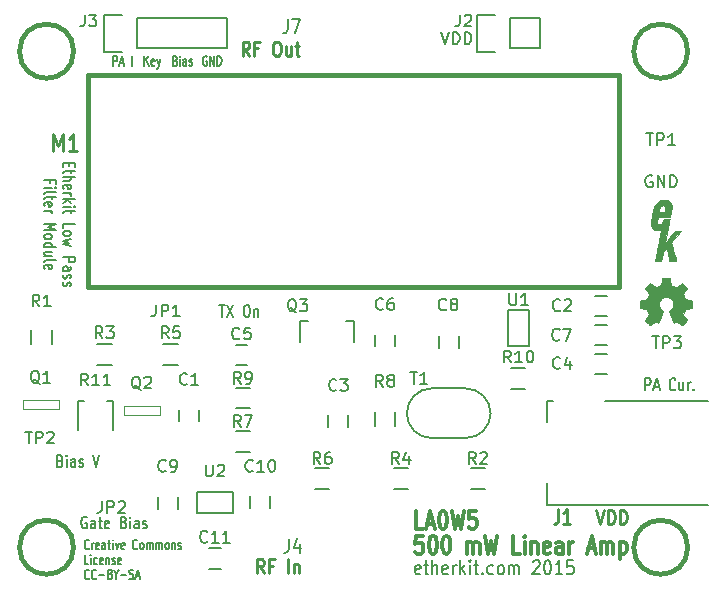
<source format=gto>
G04 #@! TF.FileFunction,Legend,Top*
%FSLAX46Y46*%
G04 Gerber Fmt 4.6, Leading zero omitted, Abs format (unit mm)*
G04 Created by KiCad (PCBNEW 0.201510291901+6286~30~ubuntu14.04.1-product) date Mon 02 Nov 2015 07:58:44 AM PST*
%MOMM*%
G01*
G04 APERTURE LIST*
%ADD10C,0.100000*%
%ADD11C,0.200000*%
%ADD12C,0.150000*%
%ADD13C,0.300000*%
%ADD14C,0.250000*%
%ADD15C,0.119380*%
%ADD16C,0.381000*%
%ADD17C,0.127000*%
%ADD18C,0.002540*%
%ADD19C,0.400000*%
%ADD20C,0.129540*%
G04 APERTURE END LIST*
D10*
D11*
X135619048Y-108235714D02*
X135523810Y-108292857D01*
X135333333Y-108292857D01*
X135238095Y-108235714D01*
X135190476Y-108121429D01*
X135190476Y-107664286D01*
X135238095Y-107550000D01*
X135333333Y-107492857D01*
X135523810Y-107492857D01*
X135619048Y-107550000D01*
X135666667Y-107664286D01*
X135666667Y-107778571D01*
X135190476Y-107892857D01*
X135952381Y-107492857D02*
X136333333Y-107492857D01*
X136095238Y-107092857D02*
X136095238Y-108121429D01*
X136142857Y-108235714D01*
X136238095Y-108292857D01*
X136333333Y-108292857D01*
X136666667Y-108292857D02*
X136666667Y-107092857D01*
X137095239Y-108292857D02*
X137095239Y-107664286D01*
X137047620Y-107550000D01*
X136952382Y-107492857D01*
X136809524Y-107492857D01*
X136714286Y-107550000D01*
X136666667Y-107607143D01*
X137952382Y-108235714D02*
X137857144Y-108292857D01*
X137666667Y-108292857D01*
X137571429Y-108235714D01*
X137523810Y-108121429D01*
X137523810Y-107664286D01*
X137571429Y-107550000D01*
X137666667Y-107492857D01*
X137857144Y-107492857D01*
X137952382Y-107550000D01*
X138000001Y-107664286D01*
X138000001Y-107778571D01*
X137523810Y-107892857D01*
X138428572Y-108292857D02*
X138428572Y-107492857D01*
X138428572Y-107721429D02*
X138476191Y-107607143D01*
X138523810Y-107550000D01*
X138619048Y-107492857D01*
X138714287Y-107492857D01*
X139047620Y-108292857D02*
X139047620Y-107092857D01*
X139142858Y-107835714D02*
X139428573Y-108292857D01*
X139428573Y-107492857D02*
X139047620Y-107950000D01*
X139857144Y-108292857D02*
X139857144Y-107492857D01*
X139857144Y-107092857D02*
X139809525Y-107150000D01*
X139857144Y-107207143D01*
X139904763Y-107150000D01*
X139857144Y-107092857D01*
X139857144Y-107207143D01*
X140190477Y-107492857D02*
X140571429Y-107492857D01*
X140333334Y-107092857D02*
X140333334Y-108121429D01*
X140380953Y-108235714D01*
X140476191Y-108292857D01*
X140571429Y-108292857D01*
X140904763Y-108178571D02*
X140952382Y-108235714D01*
X140904763Y-108292857D01*
X140857144Y-108235714D01*
X140904763Y-108178571D01*
X140904763Y-108292857D01*
X141809525Y-108235714D02*
X141714287Y-108292857D01*
X141523810Y-108292857D01*
X141428572Y-108235714D01*
X141380953Y-108178571D01*
X141333334Y-108064286D01*
X141333334Y-107721429D01*
X141380953Y-107607143D01*
X141428572Y-107550000D01*
X141523810Y-107492857D01*
X141714287Y-107492857D01*
X141809525Y-107550000D01*
X142380953Y-108292857D02*
X142285715Y-108235714D01*
X142238096Y-108178571D01*
X142190477Y-108064286D01*
X142190477Y-107721429D01*
X142238096Y-107607143D01*
X142285715Y-107550000D01*
X142380953Y-107492857D01*
X142523811Y-107492857D01*
X142619049Y-107550000D01*
X142666668Y-107607143D01*
X142714287Y-107721429D01*
X142714287Y-108064286D01*
X142666668Y-108178571D01*
X142619049Y-108235714D01*
X142523811Y-108292857D01*
X142380953Y-108292857D01*
X143142858Y-108292857D02*
X143142858Y-107492857D01*
X143142858Y-107607143D02*
X143190477Y-107550000D01*
X143285715Y-107492857D01*
X143428573Y-107492857D01*
X143523811Y-107550000D01*
X143571430Y-107664286D01*
X143571430Y-108292857D01*
X143571430Y-107664286D02*
X143619049Y-107550000D01*
X143714287Y-107492857D01*
X143857144Y-107492857D01*
X143952382Y-107550000D01*
X144000001Y-107664286D01*
X144000001Y-108292857D01*
X145190477Y-107207143D02*
X145238096Y-107150000D01*
X145333334Y-107092857D01*
X145571430Y-107092857D01*
X145666668Y-107150000D01*
X145714287Y-107207143D01*
X145761906Y-107321429D01*
X145761906Y-107435714D01*
X145714287Y-107607143D01*
X145142858Y-108292857D01*
X145761906Y-108292857D01*
X146380953Y-107092857D02*
X146476192Y-107092857D01*
X146571430Y-107150000D01*
X146619049Y-107207143D01*
X146666668Y-107321429D01*
X146714287Y-107550000D01*
X146714287Y-107835714D01*
X146666668Y-108064286D01*
X146619049Y-108178571D01*
X146571430Y-108235714D01*
X146476192Y-108292857D01*
X146380953Y-108292857D01*
X146285715Y-108235714D01*
X146238096Y-108178571D01*
X146190477Y-108064286D01*
X146142858Y-107835714D01*
X146142858Y-107550000D01*
X146190477Y-107321429D01*
X146238096Y-107207143D01*
X146285715Y-107150000D01*
X146380953Y-107092857D01*
X147666668Y-108292857D02*
X147095239Y-108292857D01*
X147380953Y-108292857D02*
X147380953Y-107092857D01*
X147285715Y-107264286D01*
X147190477Y-107378571D01*
X147095239Y-107435714D01*
X148571430Y-107092857D02*
X148095239Y-107092857D01*
X148047620Y-107664286D01*
X148095239Y-107607143D01*
X148190477Y-107550000D01*
X148428573Y-107550000D01*
X148523811Y-107607143D01*
X148571430Y-107664286D01*
X148619049Y-107778571D01*
X148619049Y-108064286D01*
X148571430Y-108178571D01*
X148523811Y-108235714D01*
X148428573Y-108292857D01*
X148190477Y-108292857D01*
X148095239Y-108235714D01*
X148047620Y-108178571D01*
D12*
X107585714Y-106065714D02*
X107557143Y-106103810D01*
X107471429Y-106141905D01*
X107414286Y-106141905D01*
X107328571Y-106103810D01*
X107271429Y-106027619D01*
X107242857Y-105951429D01*
X107214286Y-105799048D01*
X107214286Y-105684762D01*
X107242857Y-105532381D01*
X107271429Y-105456190D01*
X107328571Y-105380000D01*
X107414286Y-105341905D01*
X107471429Y-105341905D01*
X107557143Y-105380000D01*
X107585714Y-105418095D01*
X107842857Y-106141905D02*
X107842857Y-105608571D01*
X107842857Y-105760952D02*
X107871429Y-105684762D01*
X107900000Y-105646667D01*
X107957143Y-105608571D01*
X108014286Y-105608571D01*
X108442858Y-106103810D02*
X108385715Y-106141905D01*
X108271429Y-106141905D01*
X108214286Y-106103810D01*
X108185715Y-106027619D01*
X108185715Y-105722857D01*
X108214286Y-105646667D01*
X108271429Y-105608571D01*
X108385715Y-105608571D01*
X108442858Y-105646667D01*
X108471429Y-105722857D01*
X108471429Y-105799048D01*
X108185715Y-105875238D01*
X108985715Y-106141905D02*
X108985715Y-105722857D01*
X108957144Y-105646667D01*
X108900001Y-105608571D01*
X108785715Y-105608571D01*
X108728572Y-105646667D01*
X108985715Y-106103810D02*
X108928572Y-106141905D01*
X108785715Y-106141905D01*
X108728572Y-106103810D01*
X108700001Y-106027619D01*
X108700001Y-105951429D01*
X108728572Y-105875238D01*
X108785715Y-105837143D01*
X108928572Y-105837143D01*
X108985715Y-105799048D01*
X109185715Y-105608571D02*
X109414286Y-105608571D01*
X109271429Y-105341905D02*
X109271429Y-106027619D01*
X109300001Y-106103810D01*
X109357143Y-106141905D01*
X109414286Y-106141905D01*
X109614286Y-106141905D02*
X109614286Y-105608571D01*
X109614286Y-105341905D02*
X109585715Y-105380000D01*
X109614286Y-105418095D01*
X109642858Y-105380000D01*
X109614286Y-105341905D01*
X109614286Y-105418095D01*
X109842857Y-105608571D02*
X109985714Y-106141905D01*
X110128572Y-105608571D01*
X110585715Y-106103810D02*
X110528572Y-106141905D01*
X110414286Y-106141905D01*
X110357143Y-106103810D01*
X110328572Y-106027619D01*
X110328572Y-105722857D01*
X110357143Y-105646667D01*
X110414286Y-105608571D01*
X110528572Y-105608571D01*
X110585715Y-105646667D01*
X110614286Y-105722857D01*
X110614286Y-105799048D01*
X110328572Y-105875238D01*
X111671429Y-106065714D02*
X111642858Y-106103810D01*
X111557144Y-106141905D01*
X111500001Y-106141905D01*
X111414286Y-106103810D01*
X111357144Y-106027619D01*
X111328572Y-105951429D01*
X111300001Y-105799048D01*
X111300001Y-105684762D01*
X111328572Y-105532381D01*
X111357144Y-105456190D01*
X111414286Y-105380000D01*
X111500001Y-105341905D01*
X111557144Y-105341905D01*
X111642858Y-105380000D01*
X111671429Y-105418095D01*
X112014286Y-106141905D02*
X111957144Y-106103810D01*
X111928572Y-106065714D01*
X111900001Y-105989524D01*
X111900001Y-105760952D01*
X111928572Y-105684762D01*
X111957144Y-105646667D01*
X112014286Y-105608571D01*
X112100001Y-105608571D01*
X112157144Y-105646667D01*
X112185715Y-105684762D01*
X112214286Y-105760952D01*
X112214286Y-105989524D01*
X112185715Y-106065714D01*
X112157144Y-106103810D01*
X112100001Y-106141905D01*
X112014286Y-106141905D01*
X112471429Y-106141905D02*
X112471429Y-105608571D01*
X112471429Y-105684762D02*
X112500001Y-105646667D01*
X112557143Y-105608571D01*
X112642858Y-105608571D01*
X112700001Y-105646667D01*
X112728572Y-105722857D01*
X112728572Y-106141905D01*
X112728572Y-105722857D02*
X112757143Y-105646667D01*
X112814286Y-105608571D01*
X112900001Y-105608571D01*
X112957143Y-105646667D01*
X112985715Y-105722857D01*
X112985715Y-106141905D01*
X113271429Y-106141905D02*
X113271429Y-105608571D01*
X113271429Y-105684762D02*
X113300001Y-105646667D01*
X113357143Y-105608571D01*
X113442858Y-105608571D01*
X113500001Y-105646667D01*
X113528572Y-105722857D01*
X113528572Y-106141905D01*
X113528572Y-105722857D02*
X113557143Y-105646667D01*
X113614286Y-105608571D01*
X113700001Y-105608571D01*
X113757143Y-105646667D01*
X113785715Y-105722857D01*
X113785715Y-106141905D01*
X114157143Y-106141905D02*
X114100001Y-106103810D01*
X114071429Y-106065714D01*
X114042858Y-105989524D01*
X114042858Y-105760952D01*
X114071429Y-105684762D01*
X114100001Y-105646667D01*
X114157143Y-105608571D01*
X114242858Y-105608571D01*
X114300001Y-105646667D01*
X114328572Y-105684762D01*
X114357143Y-105760952D01*
X114357143Y-105989524D01*
X114328572Y-106065714D01*
X114300001Y-106103810D01*
X114242858Y-106141905D01*
X114157143Y-106141905D01*
X114614286Y-105608571D02*
X114614286Y-106141905D01*
X114614286Y-105684762D02*
X114642858Y-105646667D01*
X114700000Y-105608571D01*
X114785715Y-105608571D01*
X114842858Y-105646667D01*
X114871429Y-105722857D01*
X114871429Y-106141905D01*
X115128572Y-106103810D02*
X115185715Y-106141905D01*
X115300000Y-106141905D01*
X115357143Y-106103810D01*
X115385715Y-106027619D01*
X115385715Y-105989524D01*
X115357143Y-105913333D01*
X115300000Y-105875238D01*
X115214286Y-105875238D01*
X115157143Y-105837143D01*
X115128572Y-105760952D01*
X115128572Y-105722857D01*
X115157143Y-105646667D01*
X115214286Y-105608571D01*
X115300000Y-105608571D01*
X115357143Y-105646667D01*
X107528571Y-107411905D02*
X107242857Y-107411905D01*
X107242857Y-106611905D01*
X107728571Y-107411905D02*
X107728571Y-106878571D01*
X107728571Y-106611905D02*
X107700000Y-106650000D01*
X107728571Y-106688095D01*
X107757143Y-106650000D01*
X107728571Y-106611905D01*
X107728571Y-106688095D01*
X108271428Y-107373810D02*
X108214285Y-107411905D01*
X108099999Y-107411905D01*
X108042857Y-107373810D01*
X108014285Y-107335714D01*
X107985714Y-107259524D01*
X107985714Y-107030952D01*
X108014285Y-106954762D01*
X108042857Y-106916667D01*
X108099999Y-106878571D01*
X108214285Y-106878571D01*
X108271428Y-106916667D01*
X108757143Y-107373810D02*
X108700000Y-107411905D01*
X108585714Y-107411905D01*
X108528571Y-107373810D01*
X108500000Y-107297619D01*
X108500000Y-106992857D01*
X108528571Y-106916667D01*
X108585714Y-106878571D01*
X108700000Y-106878571D01*
X108757143Y-106916667D01*
X108785714Y-106992857D01*
X108785714Y-107069048D01*
X108500000Y-107145238D01*
X109042857Y-106878571D02*
X109042857Y-107411905D01*
X109042857Y-106954762D02*
X109071429Y-106916667D01*
X109128571Y-106878571D01*
X109214286Y-106878571D01*
X109271429Y-106916667D01*
X109300000Y-106992857D01*
X109300000Y-107411905D01*
X109557143Y-107373810D02*
X109614286Y-107411905D01*
X109728571Y-107411905D01*
X109785714Y-107373810D01*
X109814286Y-107297619D01*
X109814286Y-107259524D01*
X109785714Y-107183333D01*
X109728571Y-107145238D01*
X109642857Y-107145238D01*
X109585714Y-107107143D01*
X109557143Y-107030952D01*
X109557143Y-106992857D01*
X109585714Y-106916667D01*
X109642857Y-106878571D01*
X109728571Y-106878571D01*
X109785714Y-106916667D01*
X110300000Y-107373810D02*
X110242857Y-107411905D01*
X110128571Y-107411905D01*
X110071428Y-107373810D01*
X110042857Y-107297619D01*
X110042857Y-106992857D01*
X110071428Y-106916667D01*
X110128571Y-106878571D01*
X110242857Y-106878571D01*
X110300000Y-106916667D01*
X110328571Y-106992857D01*
X110328571Y-107069048D01*
X110042857Y-107145238D01*
X107585714Y-108605714D02*
X107557143Y-108643810D01*
X107471429Y-108681905D01*
X107414286Y-108681905D01*
X107328571Y-108643810D01*
X107271429Y-108567619D01*
X107242857Y-108491429D01*
X107214286Y-108339048D01*
X107214286Y-108224762D01*
X107242857Y-108072381D01*
X107271429Y-107996190D01*
X107328571Y-107920000D01*
X107414286Y-107881905D01*
X107471429Y-107881905D01*
X107557143Y-107920000D01*
X107585714Y-107958095D01*
X108185714Y-108605714D02*
X108157143Y-108643810D01*
X108071429Y-108681905D01*
X108014286Y-108681905D01*
X107928571Y-108643810D01*
X107871429Y-108567619D01*
X107842857Y-108491429D01*
X107814286Y-108339048D01*
X107814286Y-108224762D01*
X107842857Y-108072381D01*
X107871429Y-107996190D01*
X107928571Y-107920000D01*
X108014286Y-107881905D01*
X108071429Y-107881905D01*
X108157143Y-107920000D01*
X108185714Y-107958095D01*
X108442857Y-108377143D02*
X108900000Y-108377143D01*
X109385714Y-108262857D02*
X109471428Y-108300952D01*
X109500000Y-108339048D01*
X109528571Y-108415238D01*
X109528571Y-108529524D01*
X109500000Y-108605714D01*
X109471428Y-108643810D01*
X109414286Y-108681905D01*
X109185714Y-108681905D01*
X109185714Y-107881905D01*
X109385714Y-107881905D01*
X109442857Y-107920000D01*
X109471428Y-107958095D01*
X109500000Y-108034286D01*
X109500000Y-108110476D01*
X109471428Y-108186667D01*
X109442857Y-108224762D01*
X109385714Y-108262857D01*
X109185714Y-108262857D01*
X109900000Y-108300952D02*
X109900000Y-108681905D01*
X109700000Y-107881905D02*
X109900000Y-108300952D01*
X110100000Y-107881905D01*
X110300000Y-108377143D02*
X110757143Y-108377143D01*
X111014286Y-108643810D02*
X111100000Y-108681905D01*
X111242857Y-108681905D01*
X111300000Y-108643810D01*
X111328571Y-108605714D01*
X111357143Y-108529524D01*
X111357143Y-108453333D01*
X111328571Y-108377143D01*
X111300000Y-108339048D01*
X111242857Y-108300952D01*
X111128571Y-108262857D01*
X111071429Y-108224762D01*
X111042857Y-108186667D01*
X111014286Y-108110476D01*
X111014286Y-108034286D01*
X111042857Y-107958095D01*
X111071429Y-107920000D01*
X111128571Y-107881905D01*
X111271429Y-107881905D01*
X111357143Y-107920000D01*
X111585715Y-108453333D02*
X111871429Y-108453333D01*
X111528572Y-108681905D02*
X111728572Y-107881905D01*
X111928572Y-108681905D01*
D13*
X135857143Y-104428571D02*
X135285714Y-104428571D01*
X135285714Y-102928571D01*
X136200000Y-104000000D02*
X136771429Y-104000000D01*
X136085715Y-104428571D02*
X136485715Y-102928571D01*
X136885715Y-104428571D01*
X137514286Y-102928571D02*
X137628571Y-102928571D01*
X137742857Y-103000000D01*
X137800000Y-103071429D01*
X137857143Y-103214286D01*
X137914286Y-103500000D01*
X137914286Y-103857143D01*
X137857143Y-104142857D01*
X137800000Y-104285714D01*
X137742857Y-104357143D01*
X137628571Y-104428571D01*
X137514286Y-104428571D01*
X137400000Y-104357143D01*
X137342857Y-104285714D01*
X137285714Y-104142857D01*
X137228571Y-103857143D01*
X137228571Y-103500000D01*
X137285714Y-103214286D01*
X137342857Y-103071429D01*
X137400000Y-103000000D01*
X137514286Y-102928571D01*
X138314286Y-102928571D02*
X138600000Y-104428571D01*
X138828571Y-103357143D01*
X139057143Y-104428571D01*
X139342857Y-102928571D01*
X140371429Y-102928571D02*
X139800000Y-102928571D01*
X139742857Y-103642857D01*
X139800000Y-103571429D01*
X139914286Y-103500000D01*
X140200000Y-103500000D01*
X140314286Y-103571429D01*
X140371429Y-103642857D01*
X140428572Y-103785714D01*
X140428572Y-104142857D01*
X140371429Y-104285714D01*
X140314286Y-104357143D01*
X140200000Y-104428571D01*
X139914286Y-104428571D01*
X139800000Y-104357143D01*
X139742857Y-104285714D01*
X135857143Y-105028571D02*
X135285714Y-105028571D01*
X135228571Y-105742857D01*
X135285714Y-105671429D01*
X135400000Y-105600000D01*
X135685714Y-105600000D01*
X135800000Y-105671429D01*
X135857143Y-105742857D01*
X135914286Y-105885714D01*
X135914286Y-106242857D01*
X135857143Y-106385714D01*
X135800000Y-106457143D01*
X135685714Y-106528571D01*
X135400000Y-106528571D01*
X135285714Y-106457143D01*
X135228571Y-106385714D01*
X136657143Y-105028571D02*
X136771428Y-105028571D01*
X136885714Y-105100000D01*
X136942857Y-105171429D01*
X137000000Y-105314286D01*
X137057143Y-105600000D01*
X137057143Y-105957143D01*
X137000000Y-106242857D01*
X136942857Y-106385714D01*
X136885714Y-106457143D01*
X136771428Y-106528571D01*
X136657143Y-106528571D01*
X136542857Y-106457143D01*
X136485714Y-106385714D01*
X136428571Y-106242857D01*
X136371428Y-105957143D01*
X136371428Y-105600000D01*
X136428571Y-105314286D01*
X136485714Y-105171429D01*
X136542857Y-105100000D01*
X136657143Y-105028571D01*
X137800000Y-105028571D02*
X137914285Y-105028571D01*
X138028571Y-105100000D01*
X138085714Y-105171429D01*
X138142857Y-105314286D01*
X138200000Y-105600000D01*
X138200000Y-105957143D01*
X138142857Y-106242857D01*
X138085714Y-106385714D01*
X138028571Y-106457143D01*
X137914285Y-106528571D01*
X137800000Y-106528571D01*
X137685714Y-106457143D01*
X137628571Y-106385714D01*
X137571428Y-106242857D01*
X137514285Y-105957143D01*
X137514285Y-105600000D01*
X137571428Y-105314286D01*
X137628571Y-105171429D01*
X137685714Y-105100000D01*
X137800000Y-105028571D01*
X139628571Y-106528571D02*
X139628571Y-105528571D01*
X139628571Y-105671429D02*
X139685714Y-105600000D01*
X139800000Y-105528571D01*
X139971428Y-105528571D01*
X140085714Y-105600000D01*
X140142857Y-105742857D01*
X140142857Y-106528571D01*
X140142857Y-105742857D02*
X140200000Y-105600000D01*
X140314286Y-105528571D01*
X140485714Y-105528571D01*
X140600000Y-105600000D01*
X140657143Y-105742857D01*
X140657143Y-106528571D01*
X141114286Y-105028571D02*
X141400000Y-106528571D01*
X141628571Y-105457143D01*
X141857143Y-106528571D01*
X142142857Y-105028571D01*
X144085715Y-106528571D02*
X143514286Y-106528571D01*
X143514286Y-105028571D01*
X144485715Y-106528571D02*
X144485715Y-105528571D01*
X144485715Y-105028571D02*
X144428572Y-105100000D01*
X144485715Y-105171429D01*
X144542858Y-105100000D01*
X144485715Y-105028571D01*
X144485715Y-105171429D01*
X145057144Y-105528571D02*
X145057144Y-106528571D01*
X145057144Y-105671429D02*
X145114287Y-105600000D01*
X145228573Y-105528571D01*
X145400001Y-105528571D01*
X145514287Y-105600000D01*
X145571430Y-105742857D01*
X145571430Y-106528571D01*
X146600001Y-106457143D02*
X146485715Y-106528571D01*
X146257144Y-106528571D01*
X146142858Y-106457143D01*
X146085715Y-106314286D01*
X146085715Y-105742857D01*
X146142858Y-105600000D01*
X146257144Y-105528571D01*
X146485715Y-105528571D01*
X146600001Y-105600000D01*
X146657144Y-105742857D01*
X146657144Y-105885714D01*
X146085715Y-106028571D01*
X147685715Y-106528571D02*
X147685715Y-105742857D01*
X147628572Y-105600000D01*
X147514286Y-105528571D01*
X147285715Y-105528571D01*
X147171429Y-105600000D01*
X147685715Y-106457143D02*
X147571429Y-106528571D01*
X147285715Y-106528571D01*
X147171429Y-106457143D01*
X147114286Y-106314286D01*
X147114286Y-106171429D01*
X147171429Y-106028571D01*
X147285715Y-105957143D01*
X147571429Y-105957143D01*
X147685715Y-105885714D01*
X148257143Y-106528571D02*
X148257143Y-105528571D01*
X148257143Y-105814286D02*
X148314286Y-105671429D01*
X148371429Y-105600000D01*
X148485715Y-105528571D01*
X148600000Y-105528571D01*
X149857143Y-106100000D02*
X150428572Y-106100000D01*
X149742858Y-106528571D02*
X150142858Y-105028571D01*
X150542858Y-106528571D01*
X150942857Y-106528571D02*
X150942857Y-105528571D01*
X150942857Y-105671429D02*
X151000000Y-105600000D01*
X151114286Y-105528571D01*
X151285714Y-105528571D01*
X151400000Y-105600000D01*
X151457143Y-105742857D01*
X151457143Y-106528571D01*
X151457143Y-105742857D02*
X151514286Y-105600000D01*
X151628572Y-105528571D01*
X151800000Y-105528571D01*
X151914286Y-105600000D01*
X151971429Y-105742857D01*
X151971429Y-106528571D01*
X152542857Y-105528571D02*
X152542857Y-107028571D01*
X152542857Y-105600000D02*
X152657143Y-105528571D01*
X152885714Y-105528571D01*
X153000000Y-105600000D01*
X153057143Y-105671429D01*
X153114286Y-105814286D01*
X153114286Y-106242857D01*
X153057143Y-106385714D01*
X153000000Y-106457143D01*
X152885714Y-106528571D01*
X152657143Y-106528571D01*
X152542857Y-106457143D01*
D12*
X107409524Y-103450000D02*
X107333333Y-103402381D01*
X107219048Y-103402381D01*
X107104762Y-103450000D01*
X107028571Y-103545238D01*
X106990476Y-103640476D01*
X106952381Y-103830952D01*
X106952381Y-103973810D01*
X106990476Y-104164286D01*
X107028571Y-104259524D01*
X107104762Y-104354762D01*
X107219048Y-104402381D01*
X107295238Y-104402381D01*
X107409524Y-104354762D01*
X107447619Y-104307143D01*
X107447619Y-103973810D01*
X107295238Y-103973810D01*
X108133333Y-104402381D02*
X108133333Y-103878571D01*
X108095238Y-103783333D01*
X108019048Y-103735714D01*
X107866667Y-103735714D01*
X107790476Y-103783333D01*
X108133333Y-104354762D02*
X108057143Y-104402381D01*
X107866667Y-104402381D01*
X107790476Y-104354762D01*
X107752381Y-104259524D01*
X107752381Y-104164286D01*
X107790476Y-104069048D01*
X107866667Y-104021429D01*
X108057143Y-104021429D01*
X108133333Y-103973810D01*
X108400000Y-103735714D02*
X108704762Y-103735714D01*
X108514286Y-103402381D02*
X108514286Y-104259524D01*
X108552381Y-104354762D01*
X108628572Y-104402381D01*
X108704762Y-104402381D01*
X109276191Y-104354762D02*
X109200001Y-104402381D01*
X109047620Y-104402381D01*
X108971429Y-104354762D01*
X108933334Y-104259524D01*
X108933334Y-103878571D01*
X108971429Y-103783333D01*
X109047620Y-103735714D01*
X109200001Y-103735714D01*
X109276191Y-103783333D01*
X109314286Y-103878571D01*
X109314286Y-103973810D01*
X108933334Y-104069048D01*
X110533334Y-103878571D02*
X110647620Y-103926190D01*
X110685715Y-103973810D01*
X110723810Y-104069048D01*
X110723810Y-104211905D01*
X110685715Y-104307143D01*
X110647620Y-104354762D01*
X110571429Y-104402381D01*
X110266667Y-104402381D01*
X110266667Y-103402381D01*
X110533334Y-103402381D01*
X110609524Y-103450000D01*
X110647620Y-103497619D01*
X110685715Y-103592857D01*
X110685715Y-103688095D01*
X110647620Y-103783333D01*
X110609524Y-103830952D01*
X110533334Y-103878571D01*
X110266667Y-103878571D01*
X111066667Y-104402381D02*
X111066667Y-103735714D01*
X111066667Y-103402381D02*
X111028572Y-103450000D01*
X111066667Y-103497619D01*
X111104762Y-103450000D01*
X111066667Y-103402381D01*
X111066667Y-103497619D01*
X111790476Y-104402381D02*
X111790476Y-103878571D01*
X111752381Y-103783333D01*
X111676191Y-103735714D01*
X111523810Y-103735714D01*
X111447619Y-103783333D01*
X111790476Y-104354762D02*
X111714286Y-104402381D01*
X111523810Y-104402381D01*
X111447619Y-104354762D01*
X111409524Y-104259524D01*
X111409524Y-104164286D01*
X111447619Y-104069048D01*
X111523810Y-104021429D01*
X111714286Y-104021429D01*
X111790476Y-103973810D01*
X112133334Y-104354762D02*
X112209524Y-104402381D01*
X112361905Y-104402381D01*
X112438096Y-104354762D01*
X112476191Y-104259524D01*
X112476191Y-104211905D01*
X112438096Y-104116667D01*
X112361905Y-104069048D01*
X112247620Y-104069048D01*
X112171429Y-104021429D01*
X112133334Y-103926190D01*
X112133334Y-103878571D01*
X112171429Y-103783333D01*
X112247620Y-103735714D01*
X112361905Y-103735714D01*
X112438096Y-103783333D01*
X118626190Y-85502381D02*
X119083333Y-85502381D01*
X118854762Y-86502381D02*
X118854762Y-85502381D01*
X119273810Y-85502381D02*
X119807143Y-86502381D01*
X119807143Y-85502381D02*
X119273810Y-86502381D01*
X120873810Y-85502381D02*
X121026191Y-85502381D01*
X121102382Y-85550000D01*
X121178572Y-85645238D01*
X121216667Y-85835714D01*
X121216667Y-86169048D01*
X121178572Y-86359524D01*
X121102382Y-86454762D01*
X121026191Y-86502381D01*
X120873810Y-86502381D01*
X120797620Y-86454762D01*
X120721429Y-86359524D01*
X120683334Y-86169048D01*
X120683334Y-85835714D01*
X120721429Y-85645238D01*
X120797620Y-85550000D01*
X120873810Y-85502381D01*
X121559524Y-85835714D02*
X121559524Y-86502381D01*
X121559524Y-85930952D02*
X121597619Y-85883333D01*
X121673810Y-85835714D01*
X121788096Y-85835714D01*
X121864286Y-85883333D01*
X121902381Y-85978571D01*
X121902381Y-86502381D01*
D11*
X105921429Y-73430952D02*
X105921429Y-73697619D01*
X105397619Y-73811905D02*
X105397619Y-73430952D01*
X106397619Y-73430952D01*
X106397619Y-73811905D01*
X106064286Y-74040476D02*
X106064286Y-74345238D01*
X106397619Y-74154762D02*
X105540476Y-74154762D01*
X105445238Y-74192857D01*
X105397619Y-74269048D01*
X105397619Y-74345238D01*
X105397619Y-74611905D02*
X106397619Y-74611905D01*
X105397619Y-74954762D02*
X105921429Y-74954762D01*
X106016667Y-74916667D01*
X106064286Y-74840477D01*
X106064286Y-74726191D01*
X106016667Y-74650000D01*
X105969048Y-74611905D01*
X105445238Y-75640477D02*
X105397619Y-75564287D01*
X105397619Y-75411906D01*
X105445238Y-75335715D01*
X105540476Y-75297620D01*
X105921429Y-75297620D01*
X106016667Y-75335715D01*
X106064286Y-75411906D01*
X106064286Y-75564287D01*
X106016667Y-75640477D01*
X105921429Y-75678572D01*
X105826190Y-75678572D01*
X105730952Y-75297620D01*
X105397619Y-76021429D02*
X106064286Y-76021429D01*
X105873810Y-76021429D02*
X105969048Y-76059524D01*
X106016667Y-76097620D01*
X106064286Y-76173810D01*
X106064286Y-76250001D01*
X105397619Y-76516667D02*
X106397619Y-76516667D01*
X105778571Y-76592858D02*
X105397619Y-76821429D01*
X106064286Y-76821429D02*
X105683333Y-76516667D01*
X105397619Y-77164286D02*
X106064286Y-77164286D01*
X106397619Y-77164286D02*
X106350000Y-77126191D01*
X106302381Y-77164286D01*
X106350000Y-77202381D01*
X106397619Y-77164286D01*
X106302381Y-77164286D01*
X106064286Y-77430952D02*
X106064286Y-77735714D01*
X106397619Y-77545238D02*
X105540476Y-77545238D01*
X105445238Y-77583333D01*
X105397619Y-77659524D01*
X105397619Y-77735714D01*
X105397619Y-78992858D02*
X105397619Y-78611905D01*
X106397619Y-78611905D01*
X105397619Y-79373810D02*
X105445238Y-79297619D01*
X105492857Y-79259524D01*
X105588095Y-79221429D01*
X105873810Y-79221429D01*
X105969048Y-79259524D01*
X106016667Y-79297619D01*
X106064286Y-79373810D01*
X106064286Y-79488096D01*
X106016667Y-79564286D01*
X105969048Y-79602381D01*
X105873810Y-79640477D01*
X105588095Y-79640477D01*
X105492857Y-79602381D01*
X105445238Y-79564286D01*
X105397619Y-79488096D01*
X105397619Y-79373810D01*
X106064286Y-79907144D02*
X105397619Y-80059525D01*
X105873810Y-80211906D01*
X105397619Y-80364287D01*
X106064286Y-80516668D01*
X105397619Y-81430953D02*
X106397619Y-81430953D01*
X106397619Y-81735715D01*
X106350000Y-81811906D01*
X106302381Y-81850001D01*
X106207143Y-81888096D01*
X106064286Y-81888096D01*
X105969048Y-81850001D01*
X105921429Y-81811906D01*
X105873810Y-81735715D01*
X105873810Y-81430953D01*
X105397619Y-82573810D02*
X105921429Y-82573810D01*
X106016667Y-82535715D01*
X106064286Y-82459525D01*
X106064286Y-82307144D01*
X106016667Y-82230953D01*
X105445238Y-82573810D02*
X105397619Y-82497620D01*
X105397619Y-82307144D01*
X105445238Y-82230953D01*
X105540476Y-82192858D01*
X105635714Y-82192858D01*
X105730952Y-82230953D01*
X105778571Y-82307144D01*
X105778571Y-82497620D01*
X105826190Y-82573810D01*
X105445238Y-82916668D02*
X105397619Y-82992858D01*
X105397619Y-83145239D01*
X105445238Y-83221430D01*
X105540476Y-83259525D01*
X105588095Y-83259525D01*
X105683333Y-83221430D01*
X105730952Y-83145239D01*
X105730952Y-83030954D01*
X105778571Y-82954763D01*
X105873810Y-82916668D01*
X105921429Y-82916668D01*
X106016667Y-82954763D01*
X106064286Y-83030954D01*
X106064286Y-83145239D01*
X106016667Y-83221430D01*
X105445238Y-83564287D02*
X105397619Y-83640477D01*
X105397619Y-83792858D01*
X105445238Y-83869049D01*
X105540476Y-83907144D01*
X105588095Y-83907144D01*
X105683333Y-83869049D01*
X105730952Y-83792858D01*
X105730952Y-83678573D01*
X105778571Y-83602382D01*
X105873810Y-83564287D01*
X105921429Y-83564287D01*
X106016667Y-83602382D01*
X106064286Y-83678573D01*
X106064286Y-83792858D01*
X106016667Y-83869049D01*
X104321429Y-75145238D02*
X104321429Y-74878571D01*
X103797619Y-74878571D02*
X104797619Y-74878571D01*
X104797619Y-75259524D01*
X103797619Y-75564285D02*
X104464286Y-75564285D01*
X104797619Y-75564285D02*
X104750000Y-75526190D01*
X104702381Y-75564285D01*
X104750000Y-75602380D01*
X104797619Y-75564285D01*
X104702381Y-75564285D01*
X103797619Y-76059523D02*
X103845238Y-75983332D01*
X103940476Y-75945237D01*
X104797619Y-75945237D01*
X104464286Y-76249999D02*
X104464286Y-76554761D01*
X104797619Y-76364285D02*
X103940476Y-76364285D01*
X103845238Y-76402380D01*
X103797619Y-76478571D01*
X103797619Y-76554761D01*
X103845238Y-77126190D02*
X103797619Y-77050000D01*
X103797619Y-76897619D01*
X103845238Y-76821428D01*
X103940476Y-76783333D01*
X104321429Y-76783333D01*
X104416667Y-76821428D01*
X104464286Y-76897619D01*
X104464286Y-77050000D01*
X104416667Y-77126190D01*
X104321429Y-77164285D01*
X104226190Y-77164285D01*
X104130952Y-76783333D01*
X103797619Y-77507142D02*
X104464286Y-77507142D01*
X104273810Y-77507142D02*
X104369048Y-77545237D01*
X104416667Y-77583333D01*
X104464286Y-77659523D01*
X104464286Y-77735714D01*
X103797619Y-78611904D02*
X104797619Y-78611904D01*
X104083333Y-78878571D01*
X104797619Y-79145238D01*
X103797619Y-79145238D01*
X103797619Y-79640476D02*
X103845238Y-79564285D01*
X103892857Y-79526190D01*
X103988095Y-79488095D01*
X104273810Y-79488095D01*
X104369048Y-79526190D01*
X104416667Y-79564285D01*
X104464286Y-79640476D01*
X104464286Y-79754762D01*
X104416667Y-79830952D01*
X104369048Y-79869047D01*
X104273810Y-79907143D01*
X103988095Y-79907143D01*
X103892857Y-79869047D01*
X103845238Y-79830952D01*
X103797619Y-79754762D01*
X103797619Y-79640476D01*
X103797619Y-80592857D02*
X104797619Y-80592857D01*
X103845238Y-80592857D02*
X103797619Y-80516667D01*
X103797619Y-80364286D01*
X103845238Y-80288095D01*
X103892857Y-80250000D01*
X103988095Y-80211905D01*
X104273810Y-80211905D01*
X104369048Y-80250000D01*
X104416667Y-80288095D01*
X104464286Y-80364286D01*
X104464286Y-80516667D01*
X104416667Y-80592857D01*
X104464286Y-81316667D02*
X103797619Y-81316667D01*
X104464286Y-80973810D02*
X103940476Y-80973810D01*
X103845238Y-81011905D01*
X103797619Y-81088096D01*
X103797619Y-81202382D01*
X103845238Y-81278572D01*
X103892857Y-81316667D01*
X103797619Y-81811906D02*
X103845238Y-81735715D01*
X103940476Y-81697620D01*
X104797619Y-81697620D01*
X103845238Y-82421430D02*
X103797619Y-82345240D01*
X103797619Y-82192859D01*
X103845238Y-82116668D01*
X103940476Y-82078573D01*
X104321429Y-82078573D01*
X104416667Y-82116668D01*
X104464286Y-82192859D01*
X104464286Y-82345240D01*
X104416667Y-82421430D01*
X104321429Y-82459525D01*
X104226190Y-82459525D01*
X104130952Y-82078573D01*
D14*
X150545238Y-102842857D02*
X150878571Y-104042857D01*
X151211905Y-102842857D01*
X151545238Y-104042857D02*
X151545238Y-102842857D01*
X151783333Y-102842857D01*
X151926191Y-102900000D01*
X152021429Y-103014286D01*
X152069048Y-103128571D01*
X152116667Y-103357143D01*
X152116667Y-103528571D01*
X152069048Y-103757143D01*
X152021429Y-103871429D01*
X151926191Y-103985714D01*
X151783333Y-104042857D01*
X151545238Y-104042857D01*
X152545238Y-104042857D02*
X152545238Y-102842857D01*
X152783333Y-102842857D01*
X152926191Y-102900000D01*
X153021429Y-103014286D01*
X153069048Y-103128571D01*
X153116667Y-103357143D01*
X153116667Y-103528571D01*
X153069048Y-103757143D01*
X153021429Y-103871429D01*
X152926191Y-103985714D01*
X152783333Y-104042857D01*
X152545238Y-104042857D01*
D12*
X137395238Y-62402381D02*
X137728571Y-63402381D01*
X138061905Y-62402381D01*
X138395238Y-63402381D02*
X138395238Y-62402381D01*
X138633333Y-62402381D01*
X138776191Y-62450000D01*
X138871429Y-62545238D01*
X138919048Y-62640476D01*
X138966667Y-62830952D01*
X138966667Y-62973810D01*
X138919048Y-63164286D01*
X138871429Y-63259524D01*
X138776191Y-63354762D01*
X138633333Y-63402381D01*
X138395238Y-63402381D01*
X139395238Y-63402381D02*
X139395238Y-62402381D01*
X139633333Y-62402381D01*
X139776191Y-62450000D01*
X139871429Y-62545238D01*
X139919048Y-62640476D01*
X139966667Y-62830952D01*
X139966667Y-62973810D01*
X139919048Y-63164286D01*
X139871429Y-63259524D01*
X139776191Y-63354762D01*
X139633333Y-63402381D01*
X139395238Y-63402381D01*
X114892857Y-64792857D02*
X114978571Y-64830952D01*
X115007143Y-64869048D01*
X115035714Y-64945238D01*
X115035714Y-65059524D01*
X115007143Y-65135714D01*
X114978571Y-65173810D01*
X114921429Y-65211905D01*
X114692857Y-65211905D01*
X114692857Y-64411905D01*
X114892857Y-64411905D01*
X114950000Y-64450000D01*
X114978571Y-64488095D01*
X115007143Y-64564286D01*
X115007143Y-64640476D01*
X114978571Y-64716667D01*
X114950000Y-64754762D01*
X114892857Y-64792857D01*
X114692857Y-64792857D01*
X115292857Y-65211905D02*
X115292857Y-64678571D01*
X115292857Y-64411905D02*
X115264286Y-64450000D01*
X115292857Y-64488095D01*
X115321429Y-64450000D01*
X115292857Y-64411905D01*
X115292857Y-64488095D01*
X115835714Y-65211905D02*
X115835714Y-64792857D01*
X115807143Y-64716667D01*
X115750000Y-64678571D01*
X115635714Y-64678571D01*
X115578571Y-64716667D01*
X115835714Y-65173810D02*
X115778571Y-65211905D01*
X115635714Y-65211905D01*
X115578571Y-65173810D01*
X115550000Y-65097619D01*
X115550000Y-65021429D01*
X115578571Y-64945238D01*
X115635714Y-64907143D01*
X115778571Y-64907143D01*
X115835714Y-64869048D01*
X116092857Y-65173810D02*
X116150000Y-65211905D01*
X116264285Y-65211905D01*
X116321428Y-65173810D01*
X116350000Y-65097619D01*
X116350000Y-65059524D01*
X116321428Y-64983333D01*
X116264285Y-64945238D01*
X116178571Y-64945238D01*
X116121428Y-64907143D01*
X116092857Y-64830952D01*
X116092857Y-64792857D01*
X116121428Y-64716667D01*
X116178571Y-64678571D01*
X116264285Y-64678571D01*
X116321428Y-64716667D01*
X154690476Y-92702381D02*
X154690476Y-91702381D01*
X154995238Y-91702381D01*
X155071429Y-91750000D01*
X155109524Y-91797619D01*
X155147619Y-91892857D01*
X155147619Y-92035714D01*
X155109524Y-92130952D01*
X155071429Y-92178571D01*
X154995238Y-92226190D01*
X154690476Y-92226190D01*
X155452381Y-92416667D02*
X155833333Y-92416667D01*
X155376190Y-92702381D02*
X155642857Y-91702381D01*
X155909524Y-92702381D01*
X157242857Y-92607143D02*
X157204762Y-92654762D01*
X157090476Y-92702381D01*
X157014286Y-92702381D01*
X156900000Y-92654762D01*
X156823809Y-92559524D01*
X156785714Y-92464286D01*
X156747619Y-92273810D01*
X156747619Y-92130952D01*
X156785714Y-91940476D01*
X156823809Y-91845238D01*
X156900000Y-91750000D01*
X157014286Y-91702381D01*
X157090476Y-91702381D01*
X157204762Y-91750000D01*
X157242857Y-91797619D01*
X157928571Y-92035714D02*
X157928571Y-92702381D01*
X157585714Y-92035714D02*
X157585714Y-92559524D01*
X157623809Y-92654762D01*
X157700000Y-92702381D01*
X157814286Y-92702381D01*
X157890476Y-92654762D01*
X157928571Y-92607143D01*
X158309524Y-92702381D02*
X158309524Y-92035714D01*
X158309524Y-92226190D02*
X158347619Y-92130952D01*
X158385715Y-92083333D01*
X158461905Y-92035714D01*
X158538096Y-92035714D01*
X158804762Y-92607143D02*
X158842857Y-92654762D01*
X158804762Y-92702381D01*
X158766667Y-92654762D01*
X158804762Y-92607143D01*
X158804762Y-92702381D01*
X117557143Y-64450000D02*
X117500000Y-64411905D01*
X117414286Y-64411905D01*
X117328571Y-64450000D01*
X117271429Y-64526190D01*
X117242857Y-64602381D01*
X117214286Y-64754762D01*
X117214286Y-64869048D01*
X117242857Y-65021429D01*
X117271429Y-65097619D01*
X117328571Y-65173810D01*
X117414286Y-65211905D01*
X117471429Y-65211905D01*
X117557143Y-65173810D01*
X117585714Y-65135714D01*
X117585714Y-64869048D01*
X117471429Y-64869048D01*
X117842857Y-65211905D02*
X117842857Y-64411905D01*
X118185714Y-65211905D01*
X118185714Y-64411905D01*
X118471428Y-65211905D02*
X118471428Y-64411905D01*
X118614285Y-64411905D01*
X118700000Y-64450000D01*
X118757142Y-64526190D01*
X118785714Y-64602381D01*
X118814285Y-64754762D01*
X118814285Y-64869048D01*
X118785714Y-65021429D01*
X118757142Y-65097619D01*
X118700000Y-65173810D01*
X118614285Y-65211905D01*
X118471428Y-65211905D01*
X112292857Y-65211905D02*
X112292857Y-64411905D01*
X112635714Y-65211905D02*
X112378571Y-64754762D01*
X112635714Y-64411905D02*
X112292857Y-64869048D01*
X113121429Y-65173810D02*
X113064286Y-65211905D01*
X112950000Y-65211905D01*
X112892857Y-65173810D01*
X112864286Y-65097619D01*
X112864286Y-64792857D01*
X112892857Y-64716667D01*
X112950000Y-64678571D01*
X113064286Y-64678571D01*
X113121429Y-64716667D01*
X113150000Y-64792857D01*
X113150000Y-64869048D01*
X112864286Y-64945238D01*
X113350000Y-64678571D02*
X113492857Y-65211905D01*
X113635715Y-64678571D02*
X113492857Y-65211905D01*
X113435715Y-65402381D01*
X113407143Y-65440476D01*
X113350000Y-65478571D01*
X109642857Y-65211905D02*
X109642857Y-64411905D01*
X109871429Y-64411905D01*
X109928571Y-64450000D01*
X109957143Y-64488095D01*
X109985714Y-64564286D01*
X109985714Y-64678571D01*
X109957143Y-64754762D01*
X109928571Y-64792857D01*
X109871429Y-64830952D01*
X109642857Y-64830952D01*
X110214286Y-64983333D02*
X110500000Y-64983333D01*
X110157143Y-65211905D02*
X110357143Y-64411905D01*
X110557143Y-65211905D01*
X111214286Y-65211905D02*
X111214286Y-64411905D01*
X155261905Y-74550000D02*
X155166667Y-74502381D01*
X155023810Y-74502381D01*
X154880952Y-74550000D01*
X154785714Y-74645238D01*
X154738095Y-74740476D01*
X154690476Y-74930952D01*
X154690476Y-75073810D01*
X154738095Y-75264286D01*
X154785714Y-75359524D01*
X154880952Y-75454762D01*
X155023810Y-75502381D01*
X155119048Y-75502381D01*
X155261905Y-75454762D01*
X155309524Y-75407143D01*
X155309524Y-75073810D01*
X155119048Y-75073810D01*
X155738095Y-75502381D02*
X155738095Y-74502381D01*
X156309524Y-75502381D01*
X156309524Y-74502381D01*
X156785714Y-75502381D02*
X156785714Y-74502381D01*
X157023809Y-74502381D01*
X157166667Y-74550000D01*
X157261905Y-74645238D01*
X157309524Y-74740476D01*
X157357143Y-74930952D01*
X157357143Y-75073810D01*
X157309524Y-75264286D01*
X157261905Y-75359524D01*
X157166667Y-75454762D01*
X157023809Y-75502381D01*
X156785714Y-75502381D01*
X105157143Y-98678571D02*
X105271429Y-98726190D01*
X105309524Y-98773810D01*
X105347619Y-98869048D01*
X105347619Y-99011905D01*
X105309524Y-99107143D01*
X105271429Y-99154762D01*
X105195238Y-99202381D01*
X104890476Y-99202381D01*
X104890476Y-98202381D01*
X105157143Y-98202381D01*
X105233333Y-98250000D01*
X105271429Y-98297619D01*
X105309524Y-98392857D01*
X105309524Y-98488095D01*
X105271429Y-98583333D01*
X105233333Y-98630952D01*
X105157143Y-98678571D01*
X104890476Y-98678571D01*
X105690476Y-99202381D02*
X105690476Y-98535714D01*
X105690476Y-98202381D02*
X105652381Y-98250000D01*
X105690476Y-98297619D01*
X105728571Y-98250000D01*
X105690476Y-98202381D01*
X105690476Y-98297619D01*
X106414285Y-99202381D02*
X106414285Y-98678571D01*
X106376190Y-98583333D01*
X106300000Y-98535714D01*
X106147619Y-98535714D01*
X106071428Y-98583333D01*
X106414285Y-99154762D02*
X106338095Y-99202381D01*
X106147619Y-99202381D01*
X106071428Y-99154762D01*
X106033333Y-99059524D01*
X106033333Y-98964286D01*
X106071428Y-98869048D01*
X106147619Y-98821429D01*
X106338095Y-98821429D01*
X106414285Y-98773810D01*
X106757143Y-99154762D02*
X106833333Y-99202381D01*
X106985714Y-99202381D01*
X107061905Y-99154762D01*
X107100000Y-99059524D01*
X107100000Y-99011905D01*
X107061905Y-98916667D01*
X106985714Y-98869048D01*
X106871429Y-98869048D01*
X106795238Y-98821429D01*
X106757143Y-98726190D01*
X106757143Y-98678571D01*
X106795238Y-98583333D01*
X106871429Y-98535714D01*
X106985714Y-98535714D01*
X107061905Y-98583333D01*
X107938095Y-98202381D02*
X108204762Y-99202381D01*
X108471429Y-98202381D01*
D14*
X121166666Y-64392857D02*
X120833332Y-63821429D01*
X120595237Y-64392857D02*
X120595237Y-63192857D01*
X120976190Y-63192857D01*
X121071428Y-63250000D01*
X121119047Y-63307143D01*
X121166666Y-63421429D01*
X121166666Y-63592857D01*
X121119047Y-63707143D01*
X121071428Y-63764286D01*
X120976190Y-63821429D01*
X120595237Y-63821429D01*
X121928571Y-63764286D02*
X121595237Y-63764286D01*
X121595237Y-64392857D02*
X121595237Y-63192857D01*
X122071428Y-63192857D01*
X123404761Y-63192857D02*
X123595238Y-63192857D01*
X123690476Y-63250000D01*
X123785714Y-63364286D01*
X123833333Y-63592857D01*
X123833333Y-63992857D01*
X123785714Y-64221429D01*
X123690476Y-64335714D01*
X123595238Y-64392857D01*
X123404761Y-64392857D01*
X123309523Y-64335714D01*
X123214285Y-64221429D01*
X123166666Y-63992857D01*
X123166666Y-63592857D01*
X123214285Y-63364286D01*
X123309523Y-63250000D01*
X123404761Y-63192857D01*
X124690476Y-63592857D02*
X124690476Y-64392857D01*
X124261904Y-63592857D02*
X124261904Y-64221429D01*
X124309523Y-64335714D01*
X124404761Y-64392857D01*
X124547619Y-64392857D01*
X124642857Y-64335714D01*
X124690476Y-64278571D01*
X125023809Y-63592857D02*
X125404761Y-63592857D01*
X125166666Y-63192857D02*
X125166666Y-64221429D01*
X125214285Y-64335714D01*
X125309523Y-64392857D01*
X125404761Y-64392857D01*
X122409524Y-108192857D02*
X122076190Y-107621429D01*
X121838095Y-108192857D02*
X121838095Y-106992857D01*
X122219048Y-106992857D01*
X122314286Y-107050000D01*
X122361905Y-107107143D01*
X122409524Y-107221429D01*
X122409524Y-107392857D01*
X122361905Y-107507143D01*
X122314286Y-107564286D01*
X122219048Y-107621429D01*
X121838095Y-107621429D01*
X123171429Y-107564286D02*
X122838095Y-107564286D01*
X122838095Y-108192857D02*
X122838095Y-106992857D01*
X123314286Y-106992857D01*
X124457143Y-108192857D02*
X124457143Y-106992857D01*
X124933333Y-107392857D02*
X124933333Y-108192857D01*
X124933333Y-107507143D02*
X124980952Y-107450000D01*
X125076190Y-107392857D01*
X125219048Y-107392857D01*
X125314286Y-107450000D01*
X125361905Y-107564286D01*
X125361905Y-108192857D01*
D15*
X101976000Y-93569000D02*
X105024000Y-93569000D01*
X105024000Y-93569000D02*
X105024000Y-94331000D01*
X105024000Y-94331000D02*
X101976000Y-94331000D01*
X101976000Y-94331000D02*
X101976000Y-93569000D01*
X110526000Y-94069000D02*
X113574000Y-94069000D01*
X113574000Y-94069000D02*
X113574000Y-94831000D01*
X113574000Y-94831000D02*
X110526000Y-94831000D01*
X110526000Y-94831000D02*
X110526000Y-94069000D01*
D12*
X109150000Y-93650000D02*
X109650000Y-93650000D01*
X109650000Y-93650000D02*
X109650000Y-96050000D01*
X106650000Y-96050000D02*
X106650000Y-93650000D01*
X106650000Y-93650000D02*
X107150000Y-93650000D01*
D16*
X106286000Y-64000000D02*
G75*
G03X106286000Y-64000000I-2286000J0D01*
G01*
X106286000Y-106000000D02*
G75*
G03X106286000Y-106000000I-2286000J0D01*
G01*
X158286000Y-106000000D02*
G75*
G03X158286000Y-106000000I-2286000J0D01*
G01*
X158286000Y-64000000D02*
G75*
G03X158286000Y-64000000I-2286000J0D01*
G01*
D17*
X119774000Y-101361000D02*
X119774000Y-103139000D01*
X119774000Y-103139000D02*
X116726000Y-103139000D01*
X116726000Y-103139000D02*
X116726000Y-101361000D01*
X116726000Y-101361000D02*
X119774000Y-101361000D01*
X144839000Y-88924000D02*
X143061000Y-88924000D01*
X143061000Y-88924000D02*
X143061000Y-85876000D01*
X143061000Y-85876000D02*
X144839000Y-85876000D01*
X144839000Y-85876000D02*
X144839000Y-88924000D01*
D12*
X144550000Y-92575000D02*
X143350000Y-92575000D01*
X143350000Y-90825000D02*
X144550000Y-90825000D01*
X120000000Y-92475000D02*
X121200000Y-92475000D01*
X121200000Y-94225000D02*
X120000000Y-94225000D01*
X131775000Y-95750000D02*
X131775000Y-94550000D01*
X133525000Y-94550000D02*
X133525000Y-95750000D01*
X121200000Y-97925000D02*
X120000000Y-97925000D01*
X120000000Y-96175000D02*
X121200000Y-96175000D01*
X126750000Y-99275000D02*
X127950000Y-99275000D01*
X127950000Y-101025000D02*
X126750000Y-101025000D01*
X115100000Y-90525000D02*
X113900000Y-90525000D01*
X113900000Y-88775000D02*
X115100000Y-88775000D01*
X134600000Y-101025000D02*
X133400000Y-101025000D01*
X133400000Y-99275000D02*
X134600000Y-99275000D01*
X109500000Y-90525000D02*
X108300000Y-90525000D01*
X108300000Y-88775000D02*
X109500000Y-88775000D01*
X141100000Y-101025000D02*
X139900000Y-101025000D01*
X139900000Y-99275000D02*
X141100000Y-99275000D01*
X104425000Y-87600000D02*
X104425000Y-88800000D01*
X102675000Y-88800000D02*
X102675000Y-87600000D01*
X118750000Y-106100000D02*
X117750000Y-106100000D01*
X117750000Y-107800000D02*
X118750000Y-107800000D01*
X121250000Y-101700000D02*
X121250000Y-102700000D01*
X122950000Y-102700000D02*
X122950000Y-101700000D01*
X113400000Y-101750000D02*
X113400000Y-102750000D01*
X115100000Y-102750000D02*
X115100000Y-101750000D01*
X138900000Y-89100000D02*
X138900000Y-88100000D01*
X137200000Y-88100000D02*
X137200000Y-89100000D01*
X151450000Y-87200000D02*
X150450000Y-87200000D01*
X150450000Y-88900000D02*
X151450000Y-88900000D01*
X133500000Y-89000000D02*
X133500000Y-88000000D01*
X131800000Y-88000000D02*
X131800000Y-89000000D01*
X120000000Y-90550000D02*
X121000000Y-90550000D01*
X121000000Y-88850000D02*
X120000000Y-88850000D01*
X151450000Y-89600000D02*
X150450000Y-89600000D01*
X150450000Y-91300000D02*
X151450000Y-91300000D01*
X129550000Y-95800000D02*
X129550000Y-94800000D01*
X127850000Y-94800000D02*
X127850000Y-95800000D01*
X151450000Y-84700000D02*
X150450000Y-84700000D01*
X150450000Y-86400000D02*
X151450000Y-86400000D01*
X115200000Y-94350000D02*
X115200000Y-95350000D01*
X116900000Y-95350000D02*
X116900000Y-94350000D01*
X143270000Y-61230000D02*
X145810000Y-61230000D01*
X140450000Y-60950000D02*
X142000000Y-60950000D01*
X143270000Y-61230000D02*
X143270000Y-63770000D01*
X142000000Y-64050000D02*
X140450000Y-64050000D01*
X140450000Y-64050000D02*
X140450000Y-60950000D01*
X143270000Y-63770000D02*
X145810000Y-63770000D01*
X145810000Y-63770000D02*
X145810000Y-61230000D01*
X111680000Y-63770000D02*
X119300000Y-63770000D01*
X111680000Y-61230000D02*
X119300000Y-61230000D01*
X108860000Y-60950000D02*
X110410000Y-60950000D01*
X119300000Y-63770000D02*
X119300000Y-61230000D01*
X111680000Y-61230000D02*
X111680000Y-63770000D01*
X110410000Y-64050000D02*
X108860000Y-64050000D01*
X108860000Y-64050000D02*
X108860000Y-60950000D01*
D18*
G36*
X157031660Y-81756040D02*
X157072300Y-81756040D01*
X157199300Y-81753500D01*
X157283120Y-81748420D01*
X157313600Y-81740800D01*
X157308520Y-81720480D01*
X157290740Y-81649360D01*
X157257720Y-81529980D01*
X157217080Y-81375040D01*
X157166280Y-81189620D01*
X157067220Y-80828940D01*
X157013880Y-80638440D01*
X156970700Y-80470800D01*
X156935140Y-80341260D01*
X156912280Y-80252360D01*
X156904660Y-80216800D01*
X156904660Y-80214260D01*
X156932600Y-80173620D01*
X156991020Y-80092340D01*
X157077380Y-79980580D01*
X157184060Y-79845960D01*
X157305980Y-79693560D01*
X157707300Y-79198260D01*
X157194220Y-79198260D01*
X156772580Y-79739280D01*
X156716700Y-79807860D01*
X156599860Y-79957720D01*
X156498260Y-80087260D01*
X156416980Y-80188860D01*
X156366180Y-80252360D01*
X156345860Y-80275220D01*
X156348400Y-80259980D01*
X156361100Y-80188860D01*
X156383960Y-80069480D01*
X156414440Y-79909460D01*
X156452540Y-79711340D01*
X156495720Y-79487820D01*
X156543980Y-79243980D01*
X156577000Y-79071260D01*
X156625260Y-78837580D01*
X156665900Y-78629300D01*
X156698920Y-78451500D01*
X156724320Y-78314340D01*
X156742100Y-78225440D01*
X156747180Y-78187340D01*
X156747180Y-78179720D01*
X156734480Y-78169560D01*
X156696380Y-78164480D01*
X156620180Y-78164480D01*
X156493180Y-78164480D01*
X156239180Y-78169560D01*
X156213780Y-78294020D01*
X156185840Y-78410860D01*
X156145200Y-78494680D01*
X156086780Y-78563260D01*
X156046140Y-78598820D01*
X155975020Y-78636920D01*
X155886120Y-78647080D01*
X155881040Y-78647080D01*
X155809920Y-78636920D01*
X155751500Y-78598820D01*
X155741340Y-78588660D01*
X155703240Y-78540400D01*
X155688000Y-78481980D01*
X155695620Y-78390540D01*
X155718480Y-78255920D01*
X155738800Y-78164480D01*
X155754040Y-78088280D01*
X155759120Y-78057800D01*
X155774360Y-78055260D01*
X155840400Y-78055260D01*
X155914060Y-78052720D01*
X155914060Y-77626000D01*
X155863260Y-77620920D01*
X155845480Y-77613300D01*
X155842940Y-77600600D01*
X155848020Y-77585360D01*
X155863260Y-77519320D01*
X155883580Y-77425340D01*
X155893740Y-77384700D01*
X155921680Y-77285640D01*
X155949620Y-77217060D01*
X155957240Y-77204360D01*
X156028360Y-77125620D01*
X156124880Y-77077360D01*
X156229020Y-77062120D01*
X156317920Y-77082440D01*
X156381420Y-77143400D01*
X156383960Y-77148480D01*
X156401740Y-77237380D01*
X156396660Y-77361840D01*
X156373800Y-77501540D01*
X156345860Y-77618380D01*
X156091860Y-77623460D01*
X156008040Y-77626000D01*
X155914060Y-77626000D01*
X155914060Y-78052720D01*
X155952160Y-78052720D01*
X156096940Y-78052720D01*
X156269660Y-78050180D01*
X156777660Y-78050180D01*
X156787820Y-78014620D01*
X156790360Y-78007000D01*
X156813220Y-77900320D01*
X156838620Y-77760620D01*
X156866560Y-77608220D01*
X156894500Y-77455820D01*
X156914820Y-77321200D01*
X156930060Y-77214520D01*
X156937680Y-77156100D01*
X156935140Y-77125620D01*
X156899580Y-76945280D01*
X156810680Y-76787800D01*
X156683680Y-76660800D01*
X156523660Y-76584600D01*
X156505880Y-76579520D01*
X156386500Y-76561740D01*
X156246800Y-76561740D01*
X156122340Y-76576980D01*
X156002960Y-76612540D01*
X155820080Y-76714140D01*
X155652440Y-76856380D01*
X155515280Y-77024020D01*
X155421300Y-77204360D01*
X155413680Y-77227220D01*
X155393360Y-77316120D01*
X155365420Y-77445660D01*
X155329860Y-77603140D01*
X155294300Y-77778400D01*
X155258740Y-77958740D01*
X155225720Y-78131460D01*
X155197780Y-78281320D01*
X155177460Y-78398160D01*
X155167300Y-78469280D01*
X155167300Y-78570880D01*
X155187620Y-78735980D01*
X155238420Y-78873140D01*
X155258740Y-78906160D01*
X155375580Y-79035700D01*
X155533060Y-79127140D01*
X155715940Y-79172860D01*
X155911520Y-79167780D01*
X155934380Y-79165240D01*
X156005500Y-79155080D01*
X156035980Y-79155080D01*
X156035980Y-79162700D01*
X156025820Y-79223660D01*
X156002960Y-79335420D01*
X155972480Y-79490360D01*
X155934380Y-79688480D01*
X155891200Y-79917080D01*
X155840400Y-80171080D01*
X155756580Y-80587640D01*
X155703240Y-80851800D01*
X155654980Y-81095640D01*
X155614340Y-81309000D01*
X155578780Y-81489340D01*
X155553380Y-81623960D01*
X155538140Y-81712860D01*
X155535600Y-81743340D01*
X155538140Y-81745880D01*
X155583860Y-81750960D01*
X155672760Y-81753500D01*
X155792140Y-81756040D01*
X155896280Y-81756040D01*
X155980100Y-81753500D01*
X156023280Y-81748420D01*
X156043600Y-81738260D01*
X156048680Y-81720480D01*
X156053760Y-81695080D01*
X156071540Y-81616340D01*
X156091860Y-81502040D01*
X156119800Y-81364880D01*
X156127420Y-81324240D01*
X156162980Y-81161680D01*
X156190920Y-81060080D01*
X156211240Y-81011820D01*
X156221400Y-81001660D01*
X156297600Y-80915300D01*
X156376340Y-80826400D01*
X156450000Y-80750200D01*
X156500800Y-80696860D01*
X156521120Y-80676540D01*
X156526200Y-80691780D01*
X156541440Y-80757820D01*
X156564300Y-80869580D01*
X156594780Y-81014360D01*
X156627800Y-81182000D01*
X156653200Y-81298840D01*
X156686220Y-81456320D01*
X156711620Y-81588400D01*
X156731940Y-81679840D01*
X156739560Y-81720480D01*
X156742100Y-81723020D01*
X156747180Y-81738260D01*
X156767500Y-81748420D01*
X156813220Y-81753500D01*
X156897040Y-81756040D01*
X157031660Y-81756040D01*
X157031660Y-81756040D01*
G37*
X157031660Y-81756040D02*
X157072300Y-81756040D01*
X157199300Y-81753500D01*
X157283120Y-81748420D01*
X157313600Y-81740800D01*
X157308520Y-81720480D01*
X157290740Y-81649360D01*
X157257720Y-81529980D01*
X157217080Y-81375040D01*
X157166280Y-81189620D01*
X157067220Y-80828940D01*
X157013880Y-80638440D01*
X156970700Y-80470800D01*
X156935140Y-80341260D01*
X156912280Y-80252360D01*
X156904660Y-80216800D01*
X156904660Y-80214260D01*
X156932600Y-80173620D01*
X156991020Y-80092340D01*
X157077380Y-79980580D01*
X157184060Y-79845960D01*
X157305980Y-79693560D01*
X157707300Y-79198260D01*
X157194220Y-79198260D01*
X156772580Y-79739280D01*
X156716700Y-79807860D01*
X156599860Y-79957720D01*
X156498260Y-80087260D01*
X156416980Y-80188860D01*
X156366180Y-80252360D01*
X156345860Y-80275220D01*
X156348400Y-80259980D01*
X156361100Y-80188860D01*
X156383960Y-80069480D01*
X156414440Y-79909460D01*
X156452540Y-79711340D01*
X156495720Y-79487820D01*
X156543980Y-79243980D01*
X156577000Y-79071260D01*
X156625260Y-78837580D01*
X156665900Y-78629300D01*
X156698920Y-78451500D01*
X156724320Y-78314340D01*
X156742100Y-78225440D01*
X156747180Y-78187340D01*
X156747180Y-78179720D01*
X156734480Y-78169560D01*
X156696380Y-78164480D01*
X156620180Y-78164480D01*
X156493180Y-78164480D01*
X156239180Y-78169560D01*
X156213780Y-78294020D01*
X156185840Y-78410860D01*
X156145200Y-78494680D01*
X156086780Y-78563260D01*
X156046140Y-78598820D01*
X155975020Y-78636920D01*
X155886120Y-78647080D01*
X155881040Y-78647080D01*
X155809920Y-78636920D01*
X155751500Y-78598820D01*
X155741340Y-78588660D01*
X155703240Y-78540400D01*
X155688000Y-78481980D01*
X155695620Y-78390540D01*
X155718480Y-78255920D01*
X155738800Y-78164480D01*
X155754040Y-78088280D01*
X155759120Y-78057800D01*
X155774360Y-78055260D01*
X155840400Y-78055260D01*
X155914060Y-78052720D01*
X155914060Y-77626000D01*
X155863260Y-77620920D01*
X155845480Y-77613300D01*
X155842940Y-77600600D01*
X155848020Y-77585360D01*
X155863260Y-77519320D01*
X155883580Y-77425340D01*
X155893740Y-77384700D01*
X155921680Y-77285640D01*
X155949620Y-77217060D01*
X155957240Y-77204360D01*
X156028360Y-77125620D01*
X156124880Y-77077360D01*
X156229020Y-77062120D01*
X156317920Y-77082440D01*
X156381420Y-77143400D01*
X156383960Y-77148480D01*
X156401740Y-77237380D01*
X156396660Y-77361840D01*
X156373800Y-77501540D01*
X156345860Y-77618380D01*
X156091860Y-77623460D01*
X156008040Y-77626000D01*
X155914060Y-77626000D01*
X155914060Y-78052720D01*
X155952160Y-78052720D01*
X156096940Y-78052720D01*
X156269660Y-78050180D01*
X156777660Y-78050180D01*
X156787820Y-78014620D01*
X156790360Y-78007000D01*
X156813220Y-77900320D01*
X156838620Y-77760620D01*
X156866560Y-77608220D01*
X156894500Y-77455820D01*
X156914820Y-77321200D01*
X156930060Y-77214520D01*
X156937680Y-77156100D01*
X156935140Y-77125620D01*
X156899580Y-76945280D01*
X156810680Y-76787800D01*
X156683680Y-76660800D01*
X156523660Y-76584600D01*
X156505880Y-76579520D01*
X156386500Y-76561740D01*
X156246800Y-76561740D01*
X156122340Y-76576980D01*
X156002960Y-76612540D01*
X155820080Y-76714140D01*
X155652440Y-76856380D01*
X155515280Y-77024020D01*
X155421300Y-77204360D01*
X155413680Y-77227220D01*
X155393360Y-77316120D01*
X155365420Y-77445660D01*
X155329860Y-77603140D01*
X155294300Y-77778400D01*
X155258740Y-77958740D01*
X155225720Y-78131460D01*
X155197780Y-78281320D01*
X155177460Y-78398160D01*
X155167300Y-78469280D01*
X155167300Y-78570880D01*
X155187620Y-78735980D01*
X155238420Y-78873140D01*
X155258740Y-78906160D01*
X155375580Y-79035700D01*
X155533060Y-79127140D01*
X155715940Y-79172860D01*
X155911520Y-79167780D01*
X155934380Y-79165240D01*
X156005500Y-79155080D01*
X156035980Y-79155080D01*
X156035980Y-79162700D01*
X156025820Y-79223660D01*
X156002960Y-79335420D01*
X155972480Y-79490360D01*
X155934380Y-79688480D01*
X155891200Y-79917080D01*
X155840400Y-80171080D01*
X155756580Y-80587640D01*
X155703240Y-80851800D01*
X155654980Y-81095640D01*
X155614340Y-81309000D01*
X155578780Y-81489340D01*
X155553380Y-81623960D01*
X155538140Y-81712860D01*
X155535600Y-81743340D01*
X155538140Y-81745880D01*
X155583860Y-81750960D01*
X155672760Y-81753500D01*
X155792140Y-81756040D01*
X155896280Y-81756040D01*
X155980100Y-81753500D01*
X156023280Y-81748420D01*
X156043600Y-81738260D01*
X156048680Y-81720480D01*
X156053760Y-81695080D01*
X156071540Y-81616340D01*
X156091860Y-81502040D01*
X156119800Y-81364880D01*
X156127420Y-81324240D01*
X156162980Y-81161680D01*
X156190920Y-81060080D01*
X156211240Y-81011820D01*
X156221400Y-81001660D01*
X156297600Y-80915300D01*
X156376340Y-80826400D01*
X156450000Y-80750200D01*
X156500800Y-80696860D01*
X156521120Y-80676540D01*
X156526200Y-80691780D01*
X156541440Y-80757820D01*
X156564300Y-80869580D01*
X156594780Y-81014360D01*
X156627800Y-81182000D01*
X156653200Y-81298840D01*
X156686220Y-81456320D01*
X156711620Y-81588400D01*
X156731940Y-81679840D01*
X156739560Y-81720480D01*
X156742100Y-81723020D01*
X156747180Y-81738260D01*
X156767500Y-81748420D01*
X156813220Y-81753500D01*
X156897040Y-81756040D01*
X157031660Y-81756040D01*
G36*
X155101260Y-87198980D02*
X155124120Y-87186280D01*
X155177460Y-87153260D01*
X155251120Y-87105000D01*
X155340020Y-87046580D01*
X155426380Y-86985620D01*
X155500040Y-86937360D01*
X155550840Y-86904340D01*
X155571160Y-86894180D01*
X155583860Y-86896720D01*
X155624500Y-86917040D01*
X155685460Y-86950060D01*
X155721020Y-86967840D01*
X155776900Y-86990700D01*
X155804840Y-86995780D01*
X155809920Y-86988160D01*
X155830240Y-86947520D01*
X155860720Y-86873860D01*
X155903900Y-86777340D01*
X155952160Y-86663040D01*
X156002960Y-86541120D01*
X156056300Y-86419200D01*
X156104560Y-86299820D01*
X156147740Y-86193140D01*
X156183300Y-86106780D01*
X156206160Y-86045820D01*
X156213780Y-86020420D01*
X156211240Y-86015340D01*
X156183300Y-85987400D01*
X156135040Y-85951840D01*
X156030900Y-85865480D01*
X155926760Y-85735940D01*
X155863260Y-85588620D01*
X155840400Y-85423520D01*
X155858180Y-85273660D01*
X155919140Y-85128880D01*
X156020740Y-84996800D01*
X156145200Y-84900280D01*
X156287440Y-84836780D01*
X156450000Y-84816460D01*
X156604940Y-84834240D01*
X156752260Y-84892660D01*
X156884340Y-84994260D01*
X156940220Y-85057760D01*
X157016420Y-85189840D01*
X157059600Y-85332080D01*
X157064680Y-85367640D01*
X157057060Y-85525120D01*
X157011340Y-85674980D01*
X156930060Y-85807060D01*
X156815760Y-85918820D01*
X156800520Y-85928980D01*
X156747180Y-85967080D01*
X156711620Y-85995020D01*
X156683680Y-86017880D01*
X156881800Y-86497940D01*
X156914820Y-86574140D01*
X156968160Y-86703680D01*
X157016420Y-86817980D01*
X157057060Y-86906880D01*
X157082460Y-86967840D01*
X157095160Y-86990700D01*
X157095160Y-86993240D01*
X157112940Y-86995780D01*
X157148500Y-86983080D01*
X157217080Y-86950060D01*
X157260260Y-86927200D01*
X157311060Y-86901800D01*
X157333920Y-86894180D01*
X157354240Y-86904340D01*
X157402500Y-86934820D01*
X157473620Y-86983080D01*
X157559980Y-87041500D01*
X157641260Y-87097380D01*
X157714920Y-87145640D01*
X157770800Y-87181200D01*
X157796200Y-87196440D01*
X157801280Y-87196440D01*
X157824140Y-87183740D01*
X157867320Y-87145640D01*
X157933360Y-87084680D01*
X158024800Y-86993240D01*
X158040040Y-86980540D01*
X158116240Y-86901800D01*
X158177200Y-86838300D01*
X158217840Y-86792580D01*
X158233080Y-86769720D01*
X158233080Y-86769720D01*
X158220380Y-86744320D01*
X158184820Y-86690980D01*
X158136560Y-86614780D01*
X158075600Y-86525880D01*
X157915580Y-86294740D01*
X158004480Y-86076300D01*
X158029880Y-86010260D01*
X158065440Y-85928980D01*
X158090840Y-85873100D01*
X158103540Y-85847700D01*
X158126400Y-85837540D01*
X158184820Y-85824840D01*
X158271180Y-85807060D01*
X158375320Y-85786740D01*
X158474380Y-85768960D01*
X158560740Y-85751180D01*
X158626780Y-85738480D01*
X158654720Y-85733400D01*
X158662340Y-85730860D01*
X158667420Y-85715620D01*
X158669960Y-85685140D01*
X158672500Y-85631800D01*
X158675040Y-85547980D01*
X158675040Y-85423520D01*
X158675040Y-85410820D01*
X158672500Y-85293980D01*
X158672500Y-85200000D01*
X158667420Y-85141580D01*
X158664880Y-85116180D01*
X158664880Y-85116180D01*
X158636940Y-85111100D01*
X158573440Y-85095860D01*
X158484540Y-85080620D01*
X158380400Y-85060300D01*
X158372780Y-85057760D01*
X158268640Y-85037440D01*
X158179740Y-85019660D01*
X158118780Y-85004420D01*
X158090840Y-84996800D01*
X158085760Y-84989180D01*
X158065440Y-84948540D01*
X158034960Y-84882500D01*
X157999400Y-84803760D01*
X157966380Y-84719940D01*
X157935900Y-84646280D01*
X157915580Y-84590400D01*
X157910500Y-84565000D01*
X157910500Y-84565000D01*
X157925740Y-84539600D01*
X157961300Y-84486260D01*
X158012100Y-84410060D01*
X158075600Y-84321160D01*
X158078140Y-84313540D01*
X158139100Y-84224640D01*
X158189900Y-84148440D01*
X158220380Y-84095100D01*
X158233080Y-84072240D01*
X158233080Y-84069700D01*
X158212760Y-84044300D01*
X158167040Y-83993500D01*
X158103540Y-83924920D01*
X158024800Y-83846180D01*
X157999400Y-83820780D01*
X157913040Y-83736960D01*
X157854620Y-83681080D01*
X157816520Y-83653140D01*
X157798740Y-83645520D01*
X157798740Y-83645520D01*
X157770800Y-83663300D01*
X157714920Y-83698860D01*
X157638720Y-83752200D01*
X157547280Y-83813160D01*
X157542200Y-83815700D01*
X157453300Y-83876660D01*
X157379640Y-83927460D01*
X157326300Y-83963020D01*
X157303440Y-83975720D01*
X157298360Y-83975720D01*
X157262800Y-83965560D01*
X157199300Y-83942700D01*
X157123100Y-83912220D01*
X157039280Y-83879200D01*
X156965620Y-83848720D01*
X156909740Y-83823320D01*
X156881800Y-83808080D01*
X156881800Y-83805540D01*
X156871640Y-83775060D01*
X156856400Y-83709020D01*
X156838620Y-83617580D01*
X156818300Y-83508360D01*
X156813220Y-83490580D01*
X156792900Y-83383900D01*
X156777660Y-83297540D01*
X156764960Y-83236580D01*
X156757340Y-83211180D01*
X156742100Y-83208640D01*
X156691300Y-83203560D01*
X156612560Y-83201020D01*
X156516040Y-83201020D01*
X156416980Y-83201020D01*
X156317920Y-83203560D01*
X156234100Y-83206100D01*
X156175680Y-83211180D01*
X156150280Y-83216260D01*
X156147740Y-83216260D01*
X156140120Y-83249280D01*
X156124880Y-83315320D01*
X156107100Y-83409300D01*
X156084240Y-83518520D01*
X156081700Y-83536300D01*
X156061380Y-83642980D01*
X156043600Y-83729340D01*
X156030900Y-83790300D01*
X156023280Y-83813160D01*
X156015660Y-83818240D01*
X155969940Y-83836020D01*
X155898820Y-83866500D01*
X155812460Y-83902060D01*
X155609260Y-83983340D01*
X155357800Y-83813160D01*
X155334940Y-83797920D01*
X155246040Y-83736960D01*
X155172380Y-83686160D01*
X155121580Y-83653140D01*
X155098720Y-83642980D01*
X155098720Y-83642980D01*
X155073320Y-83665840D01*
X155022520Y-83711560D01*
X154956480Y-83777600D01*
X154877740Y-83856340D01*
X154819320Y-83912220D01*
X154750740Y-83983340D01*
X154705020Y-84031600D01*
X154682160Y-84062080D01*
X154674540Y-84079860D01*
X154677080Y-84092560D01*
X154692320Y-84117960D01*
X154727880Y-84171300D01*
X154781220Y-84247500D01*
X154842180Y-84336400D01*
X154890440Y-84410060D01*
X154946320Y-84493880D01*
X154981880Y-84554840D01*
X154992040Y-84582780D01*
X154989500Y-84595480D01*
X154971720Y-84643740D01*
X154943780Y-84717400D01*
X154905680Y-84806300D01*
X154819320Y-85004420D01*
X154689780Y-85029820D01*
X154611040Y-85042520D01*
X154499280Y-85065380D01*
X154395140Y-85085700D01*
X154230040Y-85116180D01*
X154224960Y-85718160D01*
X154250360Y-85728320D01*
X154275760Y-85735940D01*
X154336720Y-85748640D01*
X154423080Y-85766420D01*
X154524680Y-85786740D01*
X154611040Y-85801980D01*
X154699940Y-85819760D01*
X154763440Y-85832460D01*
X154791380Y-85837540D01*
X154799000Y-85847700D01*
X154819320Y-85888340D01*
X154852340Y-85956920D01*
X154885360Y-86038200D01*
X154920920Y-86122020D01*
X154951400Y-86200760D01*
X154974260Y-86259180D01*
X154981880Y-86292200D01*
X154969180Y-86315060D01*
X154936160Y-86365860D01*
X154887900Y-86439520D01*
X154829480Y-86525880D01*
X154768520Y-86614780D01*
X154717720Y-86688440D01*
X154684700Y-86741780D01*
X154669460Y-86767180D01*
X154677080Y-86784960D01*
X154710100Y-86825600D01*
X154776140Y-86894180D01*
X154875200Y-86990700D01*
X154890440Y-87005940D01*
X154969180Y-87082140D01*
X155035220Y-87143100D01*
X155080940Y-87183740D01*
X155101260Y-87198980D01*
X155101260Y-87198980D01*
G37*
X155101260Y-87198980D02*
X155124120Y-87186280D01*
X155177460Y-87153260D01*
X155251120Y-87105000D01*
X155340020Y-87046580D01*
X155426380Y-86985620D01*
X155500040Y-86937360D01*
X155550840Y-86904340D01*
X155571160Y-86894180D01*
X155583860Y-86896720D01*
X155624500Y-86917040D01*
X155685460Y-86950060D01*
X155721020Y-86967840D01*
X155776900Y-86990700D01*
X155804840Y-86995780D01*
X155809920Y-86988160D01*
X155830240Y-86947520D01*
X155860720Y-86873860D01*
X155903900Y-86777340D01*
X155952160Y-86663040D01*
X156002960Y-86541120D01*
X156056300Y-86419200D01*
X156104560Y-86299820D01*
X156147740Y-86193140D01*
X156183300Y-86106780D01*
X156206160Y-86045820D01*
X156213780Y-86020420D01*
X156211240Y-86015340D01*
X156183300Y-85987400D01*
X156135040Y-85951840D01*
X156030900Y-85865480D01*
X155926760Y-85735940D01*
X155863260Y-85588620D01*
X155840400Y-85423520D01*
X155858180Y-85273660D01*
X155919140Y-85128880D01*
X156020740Y-84996800D01*
X156145200Y-84900280D01*
X156287440Y-84836780D01*
X156450000Y-84816460D01*
X156604940Y-84834240D01*
X156752260Y-84892660D01*
X156884340Y-84994260D01*
X156940220Y-85057760D01*
X157016420Y-85189840D01*
X157059600Y-85332080D01*
X157064680Y-85367640D01*
X157057060Y-85525120D01*
X157011340Y-85674980D01*
X156930060Y-85807060D01*
X156815760Y-85918820D01*
X156800520Y-85928980D01*
X156747180Y-85967080D01*
X156711620Y-85995020D01*
X156683680Y-86017880D01*
X156881800Y-86497940D01*
X156914820Y-86574140D01*
X156968160Y-86703680D01*
X157016420Y-86817980D01*
X157057060Y-86906880D01*
X157082460Y-86967840D01*
X157095160Y-86990700D01*
X157095160Y-86993240D01*
X157112940Y-86995780D01*
X157148500Y-86983080D01*
X157217080Y-86950060D01*
X157260260Y-86927200D01*
X157311060Y-86901800D01*
X157333920Y-86894180D01*
X157354240Y-86904340D01*
X157402500Y-86934820D01*
X157473620Y-86983080D01*
X157559980Y-87041500D01*
X157641260Y-87097380D01*
X157714920Y-87145640D01*
X157770800Y-87181200D01*
X157796200Y-87196440D01*
X157801280Y-87196440D01*
X157824140Y-87183740D01*
X157867320Y-87145640D01*
X157933360Y-87084680D01*
X158024800Y-86993240D01*
X158040040Y-86980540D01*
X158116240Y-86901800D01*
X158177200Y-86838300D01*
X158217840Y-86792580D01*
X158233080Y-86769720D01*
X158233080Y-86769720D01*
X158220380Y-86744320D01*
X158184820Y-86690980D01*
X158136560Y-86614780D01*
X158075600Y-86525880D01*
X157915580Y-86294740D01*
X158004480Y-86076300D01*
X158029880Y-86010260D01*
X158065440Y-85928980D01*
X158090840Y-85873100D01*
X158103540Y-85847700D01*
X158126400Y-85837540D01*
X158184820Y-85824840D01*
X158271180Y-85807060D01*
X158375320Y-85786740D01*
X158474380Y-85768960D01*
X158560740Y-85751180D01*
X158626780Y-85738480D01*
X158654720Y-85733400D01*
X158662340Y-85730860D01*
X158667420Y-85715620D01*
X158669960Y-85685140D01*
X158672500Y-85631800D01*
X158675040Y-85547980D01*
X158675040Y-85423520D01*
X158675040Y-85410820D01*
X158672500Y-85293980D01*
X158672500Y-85200000D01*
X158667420Y-85141580D01*
X158664880Y-85116180D01*
X158664880Y-85116180D01*
X158636940Y-85111100D01*
X158573440Y-85095860D01*
X158484540Y-85080620D01*
X158380400Y-85060300D01*
X158372780Y-85057760D01*
X158268640Y-85037440D01*
X158179740Y-85019660D01*
X158118780Y-85004420D01*
X158090840Y-84996800D01*
X158085760Y-84989180D01*
X158065440Y-84948540D01*
X158034960Y-84882500D01*
X157999400Y-84803760D01*
X157966380Y-84719940D01*
X157935900Y-84646280D01*
X157915580Y-84590400D01*
X157910500Y-84565000D01*
X157910500Y-84565000D01*
X157925740Y-84539600D01*
X157961300Y-84486260D01*
X158012100Y-84410060D01*
X158075600Y-84321160D01*
X158078140Y-84313540D01*
X158139100Y-84224640D01*
X158189900Y-84148440D01*
X158220380Y-84095100D01*
X158233080Y-84072240D01*
X158233080Y-84069700D01*
X158212760Y-84044300D01*
X158167040Y-83993500D01*
X158103540Y-83924920D01*
X158024800Y-83846180D01*
X157999400Y-83820780D01*
X157913040Y-83736960D01*
X157854620Y-83681080D01*
X157816520Y-83653140D01*
X157798740Y-83645520D01*
X157798740Y-83645520D01*
X157770800Y-83663300D01*
X157714920Y-83698860D01*
X157638720Y-83752200D01*
X157547280Y-83813160D01*
X157542200Y-83815700D01*
X157453300Y-83876660D01*
X157379640Y-83927460D01*
X157326300Y-83963020D01*
X157303440Y-83975720D01*
X157298360Y-83975720D01*
X157262800Y-83965560D01*
X157199300Y-83942700D01*
X157123100Y-83912220D01*
X157039280Y-83879200D01*
X156965620Y-83848720D01*
X156909740Y-83823320D01*
X156881800Y-83808080D01*
X156881800Y-83805540D01*
X156871640Y-83775060D01*
X156856400Y-83709020D01*
X156838620Y-83617580D01*
X156818300Y-83508360D01*
X156813220Y-83490580D01*
X156792900Y-83383900D01*
X156777660Y-83297540D01*
X156764960Y-83236580D01*
X156757340Y-83211180D01*
X156742100Y-83208640D01*
X156691300Y-83203560D01*
X156612560Y-83201020D01*
X156516040Y-83201020D01*
X156416980Y-83201020D01*
X156317920Y-83203560D01*
X156234100Y-83206100D01*
X156175680Y-83211180D01*
X156150280Y-83216260D01*
X156147740Y-83216260D01*
X156140120Y-83249280D01*
X156124880Y-83315320D01*
X156107100Y-83409300D01*
X156084240Y-83518520D01*
X156081700Y-83536300D01*
X156061380Y-83642980D01*
X156043600Y-83729340D01*
X156030900Y-83790300D01*
X156023280Y-83813160D01*
X156015660Y-83818240D01*
X155969940Y-83836020D01*
X155898820Y-83866500D01*
X155812460Y-83902060D01*
X155609260Y-83983340D01*
X155357800Y-83813160D01*
X155334940Y-83797920D01*
X155246040Y-83736960D01*
X155172380Y-83686160D01*
X155121580Y-83653140D01*
X155098720Y-83642980D01*
X155098720Y-83642980D01*
X155073320Y-83665840D01*
X155022520Y-83711560D01*
X154956480Y-83777600D01*
X154877740Y-83856340D01*
X154819320Y-83912220D01*
X154750740Y-83983340D01*
X154705020Y-84031600D01*
X154682160Y-84062080D01*
X154674540Y-84079860D01*
X154677080Y-84092560D01*
X154692320Y-84117960D01*
X154727880Y-84171300D01*
X154781220Y-84247500D01*
X154842180Y-84336400D01*
X154890440Y-84410060D01*
X154946320Y-84493880D01*
X154981880Y-84554840D01*
X154992040Y-84582780D01*
X154989500Y-84595480D01*
X154971720Y-84643740D01*
X154943780Y-84717400D01*
X154905680Y-84806300D01*
X154819320Y-85004420D01*
X154689780Y-85029820D01*
X154611040Y-85042520D01*
X154499280Y-85065380D01*
X154395140Y-85085700D01*
X154230040Y-85116180D01*
X154224960Y-85718160D01*
X154250360Y-85728320D01*
X154275760Y-85735940D01*
X154336720Y-85748640D01*
X154423080Y-85766420D01*
X154524680Y-85786740D01*
X154611040Y-85801980D01*
X154699940Y-85819760D01*
X154763440Y-85832460D01*
X154791380Y-85837540D01*
X154799000Y-85847700D01*
X154819320Y-85888340D01*
X154852340Y-85956920D01*
X154885360Y-86038200D01*
X154920920Y-86122020D01*
X154951400Y-86200760D01*
X154974260Y-86259180D01*
X154981880Y-86292200D01*
X154969180Y-86315060D01*
X154936160Y-86365860D01*
X154887900Y-86439520D01*
X154829480Y-86525880D01*
X154768520Y-86614780D01*
X154717720Y-86688440D01*
X154684700Y-86741780D01*
X154669460Y-86767180D01*
X154677080Y-86784960D01*
X154710100Y-86825600D01*
X154776140Y-86894180D01*
X154875200Y-86990700D01*
X154890440Y-87005940D01*
X154969180Y-87082140D01*
X155035220Y-87143100D01*
X155080940Y-87183740D01*
X155101260Y-87198980D01*
D19*
X152500000Y-84000000D02*
X107500000Y-84000000D01*
X107500000Y-84000000D02*
X107500000Y-66000000D01*
X107500000Y-66000000D02*
X152500000Y-66000000D01*
X152500000Y-66000000D02*
X152500000Y-84000000D01*
D12*
X146400000Y-93600000D02*
X146900000Y-93600000D01*
X160000000Y-93600000D02*
X151300000Y-93600000D01*
X146400000Y-102400000D02*
X160000000Y-102400000D01*
X146400000Y-102400000D02*
X146400000Y-100600000D01*
X146400000Y-93600000D02*
X146400000Y-95400000D01*
X136600000Y-92550000D02*
G75*
G03X134500000Y-94650000I0J-2100000D01*
G01*
X134500000Y-94650000D02*
G75*
G03X136600000Y-96750000I2100000J0D01*
G01*
X139500000Y-92550000D02*
X136600000Y-92550000D01*
X139500000Y-96750000D02*
X136600000Y-96750000D01*
X139500000Y-96750000D02*
G75*
G03X141600000Y-94650000I0J2100000D01*
G01*
X141600000Y-94650000D02*
G75*
G03X139500000Y-92550000I-2100000J0D01*
G01*
X125499560Y-86799520D02*
X125499560Y-88600380D01*
X125499560Y-86799520D02*
X126149800Y-86799520D01*
X130000440Y-86799520D02*
X130000440Y-88600380D01*
X130000440Y-86799520D02*
X129350200Y-86799520D01*
X103404762Y-92147619D02*
X103309524Y-92100000D01*
X103214286Y-92004762D01*
X103071429Y-91861905D01*
X102976190Y-91814286D01*
X102880952Y-91814286D01*
X102928571Y-92052381D02*
X102833333Y-92004762D01*
X102738095Y-91909524D01*
X102690476Y-91719048D01*
X102690476Y-91385714D01*
X102738095Y-91195238D01*
X102833333Y-91100000D01*
X102928571Y-91052381D01*
X103119048Y-91052381D01*
X103214286Y-91100000D01*
X103309524Y-91195238D01*
X103357143Y-91385714D01*
X103357143Y-91719048D01*
X103309524Y-91909524D01*
X103214286Y-92004762D01*
X103119048Y-92052381D01*
X102928571Y-92052381D01*
X104309524Y-92052381D02*
X103738095Y-92052381D01*
X104023809Y-92052381D02*
X104023809Y-91052381D01*
X103928571Y-91195238D01*
X103833333Y-91290476D01*
X103738095Y-91338095D01*
D20*
X111954762Y-92647619D02*
X111859524Y-92600000D01*
X111764286Y-92504762D01*
X111621429Y-92361905D01*
X111526190Y-92314286D01*
X111430952Y-92314286D01*
X111478571Y-92552381D02*
X111383333Y-92504762D01*
X111288095Y-92409524D01*
X111240476Y-92219048D01*
X111240476Y-91885714D01*
X111288095Y-91695238D01*
X111383333Y-91600000D01*
X111478571Y-91552381D01*
X111669048Y-91552381D01*
X111764286Y-91600000D01*
X111859524Y-91695238D01*
X111907143Y-91885714D01*
X111907143Y-92219048D01*
X111859524Y-92409524D01*
X111764286Y-92504762D01*
X111669048Y-92552381D01*
X111478571Y-92552381D01*
X112288095Y-91647619D02*
X112335714Y-91600000D01*
X112430952Y-91552381D01*
X112669048Y-91552381D01*
X112764286Y-91600000D01*
X112811905Y-91647619D01*
X112859524Y-91742857D01*
X112859524Y-91838095D01*
X112811905Y-91980952D01*
X112240476Y-92552381D01*
X112859524Y-92552381D01*
D12*
X107507143Y-92302381D02*
X107173809Y-91826190D01*
X106935714Y-92302381D02*
X106935714Y-91302381D01*
X107316667Y-91302381D01*
X107411905Y-91350000D01*
X107459524Y-91397619D01*
X107507143Y-91492857D01*
X107507143Y-91635714D01*
X107459524Y-91730952D01*
X107411905Y-91778571D01*
X107316667Y-91826190D01*
X106935714Y-91826190D01*
X108459524Y-92302381D02*
X107888095Y-92302381D01*
X108173809Y-92302381D02*
X108173809Y-91302381D01*
X108078571Y-91445238D01*
X107983333Y-91540476D01*
X107888095Y-91588095D01*
X109411905Y-92302381D02*
X108840476Y-92302381D01*
X109126190Y-92302381D02*
X109126190Y-91302381D01*
X109030952Y-91445238D01*
X108935714Y-91540476D01*
X108840476Y-91588095D01*
X117488095Y-99002381D02*
X117488095Y-99811905D01*
X117535714Y-99907143D01*
X117583333Y-99954762D01*
X117678571Y-100002381D01*
X117869048Y-100002381D01*
X117964286Y-99954762D01*
X118011905Y-99907143D01*
X118059524Y-99811905D01*
X118059524Y-99002381D01*
X118488095Y-99097619D02*
X118535714Y-99050000D01*
X118630952Y-99002381D01*
X118869048Y-99002381D01*
X118964286Y-99050000D01*
X119011905Y-99097619D01*
X119059524Y-99192857D01*
X119059524Y-99288095D01*
X119011905Y-99430952D01*
X118440476Y-100002381D01*
X119059524Y-100002381D01*
X143188095Y-84502381D02*
X143188095Y-85311905D01*
X143235714Y-85407143D01*
X143283333Y-85454762D01*
X143378571Y-85502381D01*
X143569048Y-85502381D01*
X143664286Y-85454762D01*
X143711905Y-85407143D01*
X143759524Y-85311905D01*
X143759524Y-84502381D01*
X144759524Y-85502381D02*
X144188095Y-85502381D01*
X144473809Y-85502381D02*
X144473809Y-84502381D01*
X144378571Y-84645238D01*
X144283333Y-84740476D01*
X144188095Y-84788095D01*
X143307143Y-90352381D02*
X142973809Y-89876190D01*
X142735714Y-90352381D02*
X142735714Y-89352381D01*
X143116667Y-89352381D01*
X143211905Y-89400000D01*
X143259524Y-89447619D01*
X143307143Y-89542857D01*
X143307143Y-89685714D01*
X143259524Y-89780952D01*
X143211905Y-89828571D01*
X143116667Y-89876190D01*
X142735714Y-89876190D01*
X144259524Y-90352381D02*
X143688095Y-90352381D01*
X143973809Y-90352381D02*
X143973809Y-89352381D01*
X143878571Y-89495238D01*
X143783333Y-89590476D01*
X143688095Y-89638095D01*
X144878571Y-89352381D02*
X144973810Y-89352381D01*
X145069048Y-89400000D01*
X145116667Y-89447619D01*
X145164286Y-89542857D01*
X145211905Y-89733333D01*
X145211905Y-89971429D01*
X145164286Y-90161905D01*
X145116667Y-90257143D01*
X145069048Y-90304762D01*
X144973810Y-90352381D01*
X144878571Y-90352381D01*
X144783333Y-90304762D01*
X144735714Y-90257143D01*
X144688095Y-90161905D01*
X144640476Y-89971429D01*
X144640476Y-89733333D01*
X144688095Y-89542857D01*
X144735714Y-89447619D01*
X144783333Y-89400000D01*
X144878571Y-89352381D01*
X120433334Y-92152381D02*
X120100000Y-91676190D01*
X119861905Y-92152381D02*
X119861905Y-91152381D01*
X120242858Y-91152381D01*
X120338096Y-91200000D01*
X120385715Y-91247619D01*
X120433334Y-91342857D01*
X120433334Y-91485714D01*
X120385715Y-91580952D01*
X120338096Y-91628571D01*
X120242858Y-91676190D01*
X119861905Y-91676190D01*
X120909524Y-92152381D02*
X121100000Y-92152381D01*
X121195239Y-92104762D01*
X121242858Y-92057143D01*
X121338096Y-91914286D01*
X121385715Y-91723810D01*
X121385715Y-91342857D01*
X121338096Y-91247619D01*
X121290477Y-91200000D01*
X121195239Y-91152381D01*
X121004762Y-91152381D01*
X120909524Y-91200000D01*
X120861905Y-91247619D01*
X120814286Y-91342857D01*
X120814286Y-91580952D01*
X120861905Y-91676190D01*
X120909524Y-91723810D01*
X121004762Y-91771429D01*
X121195239Y-91771429D01*
X121290477Y-91723810D01*
X121338096Y-91676190D01*
X121385715Y-91580952D01*
X132483334Y-92402381D02*
X132150000Y-91926190D01*
X131911905Y-92402381D02*
X131911905Y-91402381D01*
X132292858Y-91402381D01*
X132388096Y-91450000D01*
X132435715Y-91497619D01*
X132483334Y-91592857D01*
X132483334Y-91735714D01*
X132435715Y-91830952D01*
X132388096Y-91878571D01*
X132292858Y-91926190D01*
X131911905Y-91926190D01*
X133054762Y-91830952D02*
X132959524Y-91783333D01*
X132911905Y-91735714D01*
X132864286Y-91640476D01*
X132864286Y-91592857D01*
X132911905Y-91497619D01*
X132959524Y-91450000D01*
X133054762Y-91402381D01*
X133245239Y-91402381D01*
X133340477Y-91450000D01*
X133388096Y-91497619D01*
X133435715Y-91592857D01*
X133435715Y-91640476D01*
X133388096Y-91735714D01*
X133340477Y-91783333D01*
X133245239Y-91830952D01*
X133054762Y-91830952D01*
X132959524Y-91878571D01*
X132911905Y-91926190D01*
X132864286Y-92021429D01*
X132864286Y-92211905D01*
X132911905Y-92307143D01*
X132959524Y-92354762D01*
X133054762Y-92402381D01*
X133245239Y-92402381D01*
X133340477Y-92354762D01*
X133388096Y-92307143D01*
X133435715Y-92211905D01*
X133435715Y-92021429D01*
X133388096Y-91926190D01*
X133340477Y-91878571D01*
X133245239Y-91830952D01*
X120433334Y-95802381D02*
X120100000Y-95326190D01*
X119861905Y-95802381D02*
X119861905Y-94802381D01*
X120242858Y-94802381D01*
X120338096Y-94850000D01*
X120385715Y-94897619D01*
X120433334Y-94992857D01*
X120433334Y-95135714D01*
X120385715Y-95230952D01*
X120338096Y-95278571D01*
X120242858Y-95326190D01*
X119861905Y-95326190D01*
X120766667Y-94802381D02*
X121433334Y-94802381D01*
X121004762Y-95802381D01*
X127183334Y-98952381D02*
X126850000Y-98476190D01*
X126611905Y-98952381D02*
X126611905Y-97952381D01*
X126992858Y-97952381D01*
X127088096Y-98000000D01*
X127135715Y-98047619D01*
X127183334Y-98142857D01*
X127183334Y-98285714D01*
X127135715Y-98380952D01*
X127088096Y-98428571D01*
X126992858Y-98476190D01*
X126611905Y-98476190D01*
X128040477Y-97952381D02*
X127850000Y-97952381D01*
X127754762Y-98000000D01*
X127707143Y-98047619D01*
X127611905Y-98190476D01*
X127564286Y-98380952D01*
X127564286Y-98761905D01*
X127611905Y-98857143D01*
X127659524Y-98904762D01*
X127754762Y-98952381D01*
X127945239Y-98952381D01*
X128040477Y-98904762D01*
X128088096Y-98857143D01*
X128135715Y-98761905D01*
X128135715Y-98523810D01*
X128088096Y-98428571D01*
X128040477Y-98380952D01*
X127945239Y-98333333D01*
X127754762Y-98333333D01*
X127659524Y-98380952D01*
X127611905Y-98428571D01*
X127564286Y-98523810D01*
X114333334Y-88302381D02*
X114000000Y-87826190D01*
X113761905Y-88302381D02*
X113761905Y-87302381D01*
X114142858Y-87302381D01*
X114238096Y-87350000D01*
X114285715Y-87397619D01*
X114333334Y-87492857D01*
X114333334Y-87635714D01*
X114285715Y-87730952D01*
X114238096Y-87778571D01*
X114142858Y-87826190D01*
X113761905Y-87826190D01*
X115238096Y-87302381D02*
X114761905Y-87302381D01*
X114714286Y-87778571D01*
X114761905Y-87730952D01*
X114857143Y-87683333D01*
X115095239Y-87683333D01*
X115190477Y-87730952D01*
X115238096Y-87778571D01*
X115285715Y-87873810D01*
X115285715Y-88111905D01*
X115238096Y-88207143D01*
X115190477Y-88254762D01*
X115095239Y-88302381D01*
X114857143Y-88302381D01*
X114761905Y-88254762D01*
X114714286Y-88207143D01*
X133833334Y-98952381D02*
X133500000Y-98476190D01*
X133261905Y-98952381D02*
X133261905Y-97952381D01*
X133642858Y-97952381D01*
X133738096Y-98000000D01*
X133785715Y-98047619D01*
X133833334Y-98142857D01*
X133833334Y-98285714D01*
X133785715Y-98380952D01*
X133738096Y-98428571D01*
X133642858Y-98476190D01*
X133261905Y-98476190D01*
X134690477Y-98285714D02*
X134690477Y-98952381D01*
X134452381Y-97904762D02*
X134214286Y-98619048D01*
X134833334Y-98619048D01*
X108733334Y-88302381D02*
X108400000Y-87826190D01*
X108161905Y-88302381D02*
X108161905Y-87302381D01*
X108542858Y-87302381D01*
X108638096Y-87350000D01*
X108685715Y-87397619D01*
X108733334Y-87492857D01*
X108733334Y-87635714D01*
X108685715Y-87730952D01*
X108638096Y-87778571D01*
X108542858Y-87826190D01*
X108161905Y-87826190D01*
X109066667Y-87302381D02*
X109685715Y-87302381D01*
X109352381Y-87683333D01*
X109495239Y-87683333D01*
X109590477Y-87730952D01*
X109638096Y-87778571D01*
X109685715Y-87873810D01*
X109685715Y-88111905D01*
X109638096Y-88207143D01*
X109590477Y-88254762D01*
X109495239Y-88302381D01*
X109209524Y-88302381D01*
X109114286Y-88254762D01*
X109066667Y-88207143D01*
X140333334Y-98952381D02*
X140000000Y-98476190D01*
X139761905Y-98952381D02*
X139761905Y-97952381D01*
X140142858Y-97952381D01*
X140238096Y-98000000D01*
X140285715Y-98047619D01*
X140333334Y-98142857D01*
X140333334Y-98285714D01*
X140285715Y-98380952D01*
X140238096Y-98428571D01*
X140142858Y-98476190D01*
X139761905Y-98476190D01*
X140714286Y-98047619D02*
X140761905Y-98000000D01*
X140857143Y-97952381D01*
X141095239Y-97952381D01*
X141190477Y-98000000D01*
X141238096Y-98047619D01*
X141285715Y-98142857D01*
X141285715Y-98238095D01*
X141238096Y-98380952D01*
X140666667Y-98952381D01*
X141285715Y-98952381D01*
X103383334Y-85602381D02*
X103050000Y-85126190D01*
X102811905Y-85602381D02*
X102811905Y-84602381D01*
X103192858Y-84602381D01*
X103288096Y-84650000D01*
X103335715Y-84697619D01*
X103383334Y-84792857D01*
X103383334Y-84935714D01*
X103335715Y-85030952D01*
X103288096Y-85078571D01*
X103192858Y-85126190D01*
X102811905Y-85126190D01*
X104335715Y-85602381D02*
X103764286Y-85602381D01*
X104050000Y-85602381D02*
X104050000Y-84602381D01*
X103954762Y-84745238D01*
X103859524Y-84840476D01*
X103764286Y-84888095D01*
X117607143Y-105507143D02*
X117559524Y-105554762D01*
X117416667Y-105602381D01*
X117321429Y-105602381D01*
X117178571Y-105554762D01*
X117083333Y-105459524D01*
X117035714Y-105364286D01*
X116988095Y-105173810D01*
X116988095Y-105030952D01*
X117035714Y-104840476D01*
X117083333Y-104745238D01*
X117178571Y-104650000D01*
X117321429Y-104602381D01*
X117416667Y-104602381D01*
X117559524Y-104650000D01*
X117607143Y-104697619D01*
X118559524Y-105602381D02*
X117988095Y-105602381D01*
X118273809Y-105602381D02*
X118273809Y-104602381D01*
X118178571Y-104745238D01*
X118083333Y-104840476D01*
X117988095Y-104888095D01*
X119511905Y-105602381D02*
X118940476Y-105602381D01*
X119226190Y-105602381D02*
X119226190Y-104602381D01*
X119130952Y-104745238D01*
X119035714Y-104840476D01*
X118940476Y-104888095D01*
X121457143Y-99507143D02*
X121409524Y-99554762D01*
X121266667Y-99602381D01*
X121171429Y-99602381D01*
X121028571Y-99554762D01*
X120933333Y-99459524D01*
X120885714Y-99364286D01*
X120838095Y-99173810D01*
X120838095Y-99030952D01*
X120885714Y-98840476D01*
X120933333Y-98745238D01*
X121028571Y-98650000D01*
X121171429Y-98602381D01*
X121266667Y-98602381D01*
X121409524Y-98650000D01*
X121457143Y-98697619D01*
X122409524Y-99602381D02*
X121838095Y-99602381D01*
X122123809Y-99602381D02*
X122123809Y-98602381D01*
X122028571Y-98745238D01*
X121933333Y-98840476D01*
X121838095Y-98888095D01*
X123028571Y-98602381D02*
X123123810Y-98602381D01*
X123219048Y-98650000D01*
X123266667Y-98697619D01*
X123314286Y-98792857D01*
X123361905Y-98983333D01*
X123361905Y-99221429D01*
X123314286Y-99411905D01*
X123266667Y-99507143D01*
X123219048Y-99554762D01*
X123123810Y-99602381D01*
X123028571Y-99602381D01*
X122933333Y-99554762D01*
X122885714Y-99507143D01*
X122838095Y-99411905D01*
X122790476Y-99221429D01*
X122790476Y-98983333D01*
X122838095Y-98792857D01*
X122885714Y-98697619D01*
X122933333Y-98650000D01*
X123028571Y-98602381D01*
X114083334Y-99507143D02*
X114035715Y-99554762D01*
X113892858Y-99602381D01*
X113797620Y-99602381D01*
X113654762Y-99554762D01*
X113559524Y-99459524D01*
X113511905Y-99364286D01*
X113464286Y-99173810D01*
X113464286Y-99030952D01*
X113511905Y-98840476D01*
X113559524Y-98745238D01*
X113654762Y-98650000D01*
X113797620Y-98602381D01*
X113892858Y-98602381D01*
X114035715Y-98650000D01*
X114083334Y-98697619D01*
X114559524Y-99602381D02*
X114750000Y-99602381D01*
X114845239Y-99554762D01*
X114892858Y-99507143D01*
X114988096Y-99364286D01*
X115035715Y-99173810D01*
X115035715Y-98792857D01*
X114988096Y-98697619D01*
X114940477Y-98650000D01*
X114845239Y-98602381D01*
X114654762Y-98602381D01*
X114559524Y-98650000D01*
X114511905Y-98697619D01*
X114464286Y-98792857D01*
X114464286Y-99030952D01*
X114511905Y-99126190D01*
X114559524Y-99173810D01*
X114654762Y-99221429D01*
X114845239Y-99221429D01*
X114940477Y-99173810D01*
X114988096Y-99126190D01*
X115035715Y-99030952D01*
X137833334Y-85857143D02*
X137785715Y-85904762D01*
X137642858Y-85952381D01*
X137547620Y-85952381D01*
X137404762Y-85904762D01*
X137309524Y-85809524D01*
X137261905Y-85714286D01*
X137214286Y-85523810D01*
X137214286Y-85380952D01*
X137261905Y-85190476D01*
X137309524Y-85095238D01*
X137404762Y-85000000D01*
X137547620Y-84952381D01*
X137642858Y-84952381D01*
X137785715Y-85000000D01*
X137833334Y-85047619D01*
X138404762Y-85380952D02*
X138309524Y-85333333D01*
X138261905Y-85285714D01*
X138214286Y-85190476D01*
X138214286Y-85142857D01*
X138261905Y-85047619D01*
X138309524Y-85000000D01*
X138404762Y-84952381D01*
X138595239Y-84952381D01*
X138690477Y-85000000D01*
X138738096Y-85047619D01*
X138785715Y-85142857D01*
X138785715Y-85190476D01*
X138738096Y-85285714D01*
X138690477Y-85333333D01*
X138595239Y-85380952D01*
X138404762Y-85380952D01*
X138309524Y-85428571D01*
X138261905Y-85476190D01*
X138214286Y-85571429D01*
X138214286Y-85761905D01*
X138261905Y-85857143D01*
X138309524Y-85904762D01*
X138404762Y-85952381D01*
X138595239Y-85952381D01*
X138690477Y-85904762D01*
X138738096Y-85857143D01*
X138785715Y-85761905D01*
X138785715Y-85571429D01*
X138738096Y-85476190D01*
X138690477Y-85428571D01*
X138595239Y-85380952D01*
X147433334Y-88407143D02*
X147385715Y-88454762D01*
X147242858Y-88502381D01*
X147147620Y-88502381D01*
X147004762Y-88454762D01*
X146909524Y-88359524D01*
X146861905Y-88264286D01*
X146814286Y-88073810D01*
X146814286Y-87930952D01*
X146861905Y-87740476D01*
X146909524Y-87645238D01*
X147004762Y-87550000D01*
X147147620Y-87502381D01*
X147242858Y-87502381D01*
X147385715Y-87550000D01*
X147433334Y-87597619D01*
X147766667Y-87502381D02*
X148433334Y-87502381D01*
X148004762Y-88502381D01*
X132483334Y-85807143D02*
X132435715Y-85854762D01*
X132292858Y-85902381D01*
X132197620Y-85902381D01*
X132054762Y-85854762D01*
X131959524Y-85759524D01*
X131911905Y-85664286D01*
X131864286Y-85473810D01*
X131864286Y-85330952D01*
X131911905Y-85140476D01*
X131959524Y-85045238D01*
X132054762Y-84950000D01*
X132197620Y-84902381D01*
X132292858Y-84902381D01*
X132435715Y-84950000D01*
X132483334Y-84997619D01*
X133340477Y-84902381D02*
X133150000Y-84902381D01*
X133054762Y-84950000D01*
X133007143Y-84997619D01*
X132911905Y-85140476D01*
X132864286Y-85330952D01*
X132864286Y-85711905D01*
X132911905Y-85807143D01*
X132959524Y-85854762D01*
X133054762Y-85902381D01*
X133245239Y-85902381D01*
X133340477Y-85854762D01*
X133388096Y-85807143D01*
X133435715Y-85711905D01*
X133435715Y-85473810D01*
X133388096Y-85378571D01*
X133340477Y-85330952D01*
X133245239Y-85283333D01*
X133054762Y-85283333D01*
X132959524Y-85330952D01*
X132911905Y-85378571D01*
X132864286Y-85473810D01*
X120333334Y-88307143D02*
X120285715Y-88354762D01*
X120142858Y-88402381D01*
X120047620Y-88402381D01*
X119904762Y-88354762D01*
X119809524Y-88259524D01*
X119761905Y-88164286D01*
X119714286Y-87973810D01*
X119714286Y-87830952D01*
X119761905Y-87640476D01*
X119809524Y-87545238D01*
X119904762Y-87450000D01*
X120047620Y-87402381D01*
X120142858Y-87402381D01*
X120285715Y-87450000D01*
X120333334Y-87497619D01*
X121238096Y-87402381D02*
X120761905Y-87402381D01*
X120714286Y-87878571D01*
X120761905Y-87830952D01*
X120857143Y-87783333D01*
X121095239Y-87783333D01*
X121190477Y-87830952D01*
X121238096Y-87878571D01*
X121285715Y-87973810D01*
X121285715Y-88211905D01*
X121238096Y-88307143D01*
X121190477Y-88354762D01*
X121095239Y-88402381D01*
X120857143Y-88402381D01*
X120761905Y-88354762D01*
X120714286Y-88307143D01*
X147483334Y-90807143D02*
X147435715Y-90854762D01*
X147292858Y-90902381D01*
X147197620Y-90902381D01*
X147054762Y-90854762D01*
X146959524Y-90759524D01*
X146911905Y-90664286D01*
X146864286Y-90473810D01*
X146864286Y-90330952D01*
X146911905Y-90140476D01*
X146959524Y-90045238D01*
X147054762Y-89950000D01*
X147197620Y-89902381D01*
X147292858Y-89902381D01*
X147435715Y-89950000D01*
X147483334Y-89997619D01*
X148340477Y-90235714D02*
X148340477Y-90902381D01*
X148102381Y-89854762D02*
X147864286Y-90569048D01*
X148483334Y-90569048D01*
X128533334Y-92657143D02*
X128485715Y-92704762D01*
X128342858Y-92752381D01*
X128247620Y-92752381D01*
X128104762Y-92704762D01*
X128009524Y-92609524D01*
X127961905Y-92514286D01*
X127914286Y-92323810D01*
X127914286Y-92180952D01*
X127961905Y-91990476D01*
X128009524Y-91895238D01*
X128104762Y-91800000D01*
X128247620Y-91752381D01*
X128342858Y-91752381D01*
X128485715Y-91800000D01*
X128533334Y-91847619D01*
X128866667Y-91752381D02*
X129485715Y-91752381D01*
X129152381Y-92133333D01*
X129295239Y-92133333D01*
X129390477Y-92180952D01*
X129438096Y-92228571D01*
X129485715Y-92323810D01*
X129485715Y-92561905D01*
X129438096Y-92657143D01*
X129390477Y-92704762D01*
X129295239Y-92752381D01*
X129009524Y-92752381D01*
X128914286Y-92704762D01*
X128866667Y-92657143D01*
X147483334Y-85907143D02*
X147435715Y-85954762D01*
X147292858Y-86002381D01*
X147197620Y-86002381D01*
X147054762Y-85954762D01*
X146959524Y-85859524D01*
X146911905Y-85764286D01*
X146864286Y-85573810D01*
X146864286Y-85430952D01*
X146911905Y-85240476D01*
X146959524Y-85145238D01*
X147054762Y-85050000D01*
X147197620Y-85002381D01*
X147292858Y-85002381D01*
X147435715Y-85050000D01*
X147483334Y-85097619D01*
X147864286Y-85097619D02*
X147911905Y-85050000D01*
X148007143Y-85002381D01*
X148245239Y-85002381D01*
X148340477Y-85050000D01*
X148388096Y-85097619D01*
X148435715Y-85192857D01*
X148435715Y-85288095D01*
X148388096Y-85430952D01*
X147816667Y-86002381D01*
X148435715Y-86002381D01*
X115883334Y-92157143D02*
X115835715Y-92204762D01*
X115692858Y-92252381D01*
X115597620Y-92252381D01*
X115454762Y-92204762D01*
X115359524Y-92109524D01*
X115311905Y-92014286D01*
X115264286Y-91823810D01*
X115264286Y-91680952D01*
X115311905Y-91490476D01*
X115359524Y-91395238D01*
X115454762Y-91300000D01*
X115597620Y-91252381D01*
X115692858Y-91252381D01*
X115835715Y-91300000D01*
X115883334Y-91347619D01*
X116835715Y-92252381D02*
X116264286Y-92252381D01*
X116550000Y-92252381D02*
X116550000Y-91252381D01*
X116454762Y-91395238D01*
X116359524Y-91490476D01*
X116264286Y-91538095D01*
X138966667Y-60902381D02*
X138966667Y-61616667D01*
X138919047Y-61759524D01*
X138823809Y-61854762D01*
X138680952Y-61902381D01*
X138585714Y-61902381D01*
X139395238Y-60997619D02*
X139442857Y-60950000D01*
X139538095Y-60902381D01*
X139776191Y-60902381D01*
X139871429Y-60950000D01*
X139919048Y-60997619D01*
X139966667Y-61092857D01*
X139966667Y-61188095D01*
X139919048Y-61330952D01*
X139347619Y-61902381D01*
X139966667Y-61902381D01*
X107226667Y-60902381D02*
X107226667Y-61616667D01*
X107179047Y-61759524D01*
X107083809Y-61854762D01*
X106940952Y-61902381D01*
X106845714Y-61902381D01*
X107607619Y-60902381D02*
X108226667Y-60902381D01*
X107893333Y-61283333D01*
X108036191Y-61283333D01*
X108131429Y-61330952D01*
X108179048Y-61378571D01*
X108226667Y-61473810D01*
X108226667Y-61711905D01*
X108179048Y-61807143D01*
X108131429Y-61854762D01*
X108036191Y-61902381D01*
X107750476Y-61902381D01*
X107655238Y-61854762D01*
X107607619Y-61807143D01*
D14*
X104578571Y-72478571D02*
X104578571Y-70978571D01*
X104978571Y-72050000D01*
X105378571Y-70978571D01*
X105378571Y-72478571D01*
X106578572Y-72478571D02*
X105892857Y-72478571D01*
X106235715Y-72478571D02*
X106235715Y-70978571D01*
X106121429Y-71192857D01*
X106007143Y-71335714D01*
X105892857Y-71407143D01*
D12*
X155288095Y-88152381D02*
X155859524Y-88152381D01*
X155573809Y-89152381D02*
X155573809Y-88152381D01*
X156192857Y-89152381D02*
X156192857Y-88152381D01*
X156573810Y-88152381D01*
X156669048Y-88200000D01*
X156716667Y-88247619D01*
X156764286Y-88342857D01*
X156764286Y-88485714D01*
X156716667Y-88580952D01*
X156669048Y-88628571D01*
X156573810Y-88676190D01*
X156192857Y-88676190D01*
X157097619Y-88152381D02*
X157716667Y-88152381D01*
X157383333Y-88533333D01*
X157526191Y-88533333D01*
X157621429Y-88580952D01*
X157669048Y-88628571D01*
X157716667Y-88723810D01*
X157716667Y-88961905D01*
X157669048Y-89057143D01*
X157621429Y-89104762D01*
X157526191Y-89152381D01*
X157240476Y-89152381D01*
X157145238Y-89104762D01*
X157097619Y-89057143D01*
X102188095Y-96202381D02*
X102759524Y-96202381D01*
X102473809Y-97202381D02*
X102473809Y-96202381D01*
X103092857Y-97202381D02*
X103092857Y-96202381D01*
X103473810Y-96202381D01*
X103569048Y-96250000D01*
X103616667Y-96297619D01*
X103664286Y-96392857D01*
X103664286Y-96535714D01*
X103616667Y-96630952D01*
X103569048Y-96678571D01*
X103473810Y-96726190D01*
X103092857Y-96726190D01*
X104045238Y-96297619D02*
X104092857Y-96250000D01*
X104188095Y-96202381D01*
X104426191Y-96202381D01*
X104521429Y-96250000D01*
X104569048Y-96297619D01*
X104616667Y-96392857D01*
X104616667Y-96488095D01*
X104569048Y-96630952D01*
X103997619Y-97202381D01*
X104616667Y-97202381D01*
X154788095Y-70952381D02*
X155359524Y-70952381D01*
X155073809Y-71952381D02*
X155073809Y-70952381D01*
X155692857Y-71952381D02*
X155692857Y-70952381D01*
X156073810Y-70952381D01*
X156169048Y-71000000D01*
X156216667Y-71047619D01*
X156264286Y-71142857D01*
X156264286Y-71285714D01*
X156216667Y-71380952D01*
X156169048Y-71428571D01*
X156073810Y-71476190D01*
X155692857Y-71476190D01*
X157216667Y-71952381D02*
X156645238Y-71952381D01*
X156930952Y-71952381D02*
X156930952Y-70952381D01*
X156835714Y-71095238D01*
X156740476Y-71190476D01*
X156645238Y-71238095D01*
D14*
X147316667Y-102792857D02*
X147316667Y-103650000D01*
X147269047Y-103821429D01*
X147173809Y-103935714D01*
X147030952Y-103992857D01*
X146935714Y-103992857D01*
X148316667Y-103992857D02*
X147745238Y-103992857D01*
X148030952Y-103992857D02*
X148030952Y-102792857D01*
X147935714Y-102964286D01*
X147840476Y-103078571D01*
X147745238Y-103135714D01*
D12*
X108666667Y-102102381D02*
X108666667Y-102816667D01*
X108619047Y-102959524D01*
X108523809Y-103054762D01*
X108380952Y-103102381D01*
X108285714Y-103102381D01*
X109142857Y-103102381D02*
X109142857Y-102102381D01*
X109523810Y-102102381D01*
X109619048Y-102150000D01*
X109666667Y-102197619D01*
X109714286Y-102292857D01*
X109714286Y-102435714D01*
X109666667Y-102530952D01*
X109619048Y-102578571D01*
X109523810Y-102626190D01*
X109142857Y-102626190D01*
X110095238Y-102197619D02*
X110142857Y-102150000D01*
X110238095Y-102102381D01*
X110476191Y-102102381D01*
X110571429Y-102150000D01*
X110619048Y-102197619D01*
X110666667Y-102292857D01*
X110666667Y-102388095D01*
X110619048Y-102530952D01*
X110047619Y-103102381D01*
X110666667Y-103102381D01*
X113266667Y-85452381D02*
X113266667Y-86166667D01*
X113219047Y-86309524D01*
X113123809Y-86404762D01*
X112980952Y-86452381D01*
X112885714Y-86452381D01*
X113742857Y-86452381D02*
X113742857Y-85452381D01*
X114123810Y-85452381D01*
X114219048Y-85500000D01*
X114266667Y-85547619D01*
X114314286Y-85642857D01*
X114314286Y-85785714D01*
X114266667Y-85880952D01*
X114219048Y-85928571D01*
X114123810Y-85976190D01*
X113742857Y-85976190D01*
X115266667Y-86452381D02*
X114695238Y-86452381D01*
X114980952Y-86452381D02*
X114980952Y-85452381D01*
X114885714Y-85595238D01*
X114790476Y-85690476D01*
X114695238Y-85738095D01*
X134788095Y-91152381D02*
X135359524Y-91152381D01*
X135073809Y-92152381D02*
X135073809Y-91152381D01*
X136216667Y-92152381D02*
X135645238Y-92152381D01*
X135930952Y-92152381D02*
X135930952Y-91152381D01*
X135835714Y-91295238D01*
X135740476Y-91390476D01*
X135645238Y-91438095D01*
D11*
X124416667Y-61292857D02*
X124416667Y-62150000D01*
X124369047Y-62321429D01*
X124273809Y-62435714D01*
X124130952Y-62492857D01*
X124035714Y-62492857D01*
X124797619Y-61292857D02*
X125464286Y-61292857D01*
X125035714Y-62492857D01*
X124516667Y-105292857D02*
X124516667Y-106150000D01*
X124469047Y-106321429D01*
X124373809Y-106435714D01*
X124230952Y-106492857D01*
X124135714Y-106492857D01*
X125421429Y-105692857D02*
X125421429Y-106492857D01*
X125183333Y-105235714D02*
X124945238Y-106092857D01*
X125564286Y-106092857D01*
D12*
X125154762Y-86097619D02*
X125059524Y-86050000D01*
X124964286Y-85954762D01*
X124821429Y-85811905D01*
X124726190Y-85764286D01*
X124630952Y-85764286D01*
X124678571Y-86002381D02*
X124583333Y-85954762D01*
X124488095Y-85859524D01*
X124440476Y-85669048D01*
X124440476Y-85335714D01*
X124488095Y-85145238D01*
X124583333Y-85050000D01*
X124678571Y-85002381D01*
X124869048Y-85002381D01*
X124964286Y-85050000D01*
X125059524Y-85145238D01*
X125107143Y-85335714D01*
X125107143Y-85669048D01*
X125059524Y-85859524D01*
X124964286Y-85954762D01*
X124869048Y-86002381D01*
X124678571Y-86002381D01*
X125440476Y-85002381D02*
X126059524Y-85002381D01*
X125726190Y-85383333D01*
X125869048Y-85383333D01*
X125964286Y-85430952D01*
X126011905Y-85478571D01*
X126059524Y-85573810D01*
X126059524Y-85811905D01*
X126011905Y-85907143D01*
X125964286Y-85954762D01*
X125869048Y-86002381D01*
X125583333Y-86002381D01*
X125488095Y-85954762D01*
X125440476Y-85907143D01*
M02*

</source>
